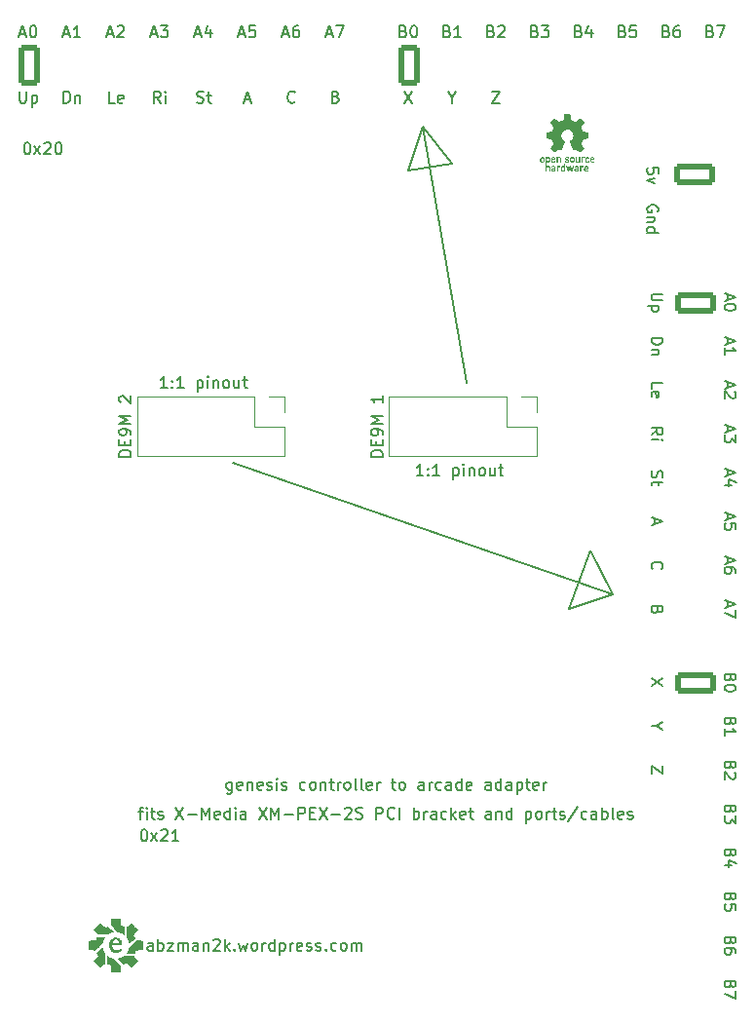
<source format=gto>
G04 #@! TF.GenerationSoftware,KiCad,Pcbnew,(6.0.0)*
G04 #@! TF.CreationDate,2022-11-09T00:29:18-05:00*
G04 #@! TF.ProjectId,arcade tester controller input,61726361-6465-4207-9465-737465722063,rev?*
G04 #@! TF.SameCoordinates,Original*
G04 #@! TF.FileFunction,Legend,Top*
G04 #@! TF.FilePolarity,Positive*
%FSLAX46Y46*%
G04 Gerber Fmt 4.6, Leading zero omitted, Abs format (unit mm)*
G04 Created by KiCad (PCBNEW (6.0.0)) date 2022-11-09 00:29:18*
%MOMM*%
%LPD*%
G01*
G04 APERTURE LIST*
G04 Aperture macros list*
%AMRoundRect*
0 Rectangle with rounded corners*
0 $1 Rounding radius*
0 $2 $3 $4 $5 $6 $7 $8 $9 X,Y pos of 4 corners*
0 Add a 4 corners polygon primitive as box body*
4,1,4,$2,$3,$4,$5,$6,$7,$8,$9,$2,$3,0*
0 Add four circle primitives for the rounded corners*
1,1,$1+$1,$2,$3*
1,1,$1+$1,$4,$5*
1,1,$1+$1,$6,$7*
1,1,$1+$1,$8,$9*
0 Add four rect primitives between the rounded corners*
20,1,$1+$1,$2,$3,$4,$5,0*
20,1,$1+$1,$4,$5,$6,$7,0*
20,1,$1+$1,$6,$7,$8,$9,0*
20,1,$1+$1,$8,$9,$2,$3,0*%
G04 Aperture macros list end*
%ADD10C,0.150000*%
%ADD11C,0.120000*%
%ADD12R,1.600000X1.600000*%
%ADD13C,1.600000*%
%ADD14R,1.700000X1.700000*%
%ADD15O,1.700000X1.700000*%
%ADD16RoundRect,0.250000X-0.650000X-1.550000X0.650000X-1.550000X0.650000X1.550000X-0.650000X1.550000X0*%
%ADD17O,1.800000X3.600000*%
%ADD18RoundRect,0.250000X-1.550000X0.650000X-1.550000X-0.650000X1.550000X-0.650000X1.550000X0.650000X0*%
%ADD19O,3.600000X1.800000*%
%ADD20O,1.600000X1.600000*%
%ADD21C,1.500000*%
%ADD22C,1.400000*%
%ADD23O,1.400000X1.400000*%
G04 APERTURE END LIST*
D10*
X160655000Y-71120000D02*
X158115000Y-67945000D01*
X158115000Y-67945000D02*
X156845000Y-71755000D01*
X156845000Y-71755000D02*
X160655000Y-71120000D01*
X174625000Y-108585000D02*
X172720000Y-104775000D01*
X161925000Y-90170000D02*
X158115000Y-67945000D01*
X141605000Y-97155000D02*
X174625000Y-108585000D01*
X172720000Y-104775000D02*
X170815000Y-109855000D01*
X170815000Y-109855000D02*
X174625000Y-108585000D01*
X175490238Y-59618571D02*
X175633095Y-59666190D01*
X175680714Y-59713809D01*
X175728333Y-59809047D01*
X175728333Y-59951904D01*
X175680714Y-60047142D01*
X175633095Y-60094761D01*
X175537857Y-60142380D01*
X175156904Y-60142380D01*
X175156904Y-59142380D01*
X175490238Y-59142380D01*
X175585476Y-59190000D01*
X175633095Y-59237619D01*
X175680714Y-59332857D01*
X175680714Y-59428095D01*
X175633095Y-59523333D01*
X175585476Y-59570952D01*
X175490238Y-59618571D01*
X175156904Y-59618571D01*
X176633095Y-59142380D02*
X176156904Y-59142380D01*
X176109285Y-59618571D01*
X176156904Y-59570952D01*
X176252142Y-59523333D01*
X176490238Y-59523333D01*
X176585476Y-59570952D01*
X176633095Y-59618571D01*
X176680714Y-59713809D01*
X176680714Y-59951904D01*
X176633095Y-60047142D01*
X176585476Y-60094761D01*
X176490238Y-60142380D01*
X176252142Y-60142380D01*
X176156904Y-60094761D01*
X176109285Y-60047142D01*
X184856428Y-119610238D02*
X184808809Y-119753095D01*
X184761190Y-119800714D01*
X184665952Y-119848333D01*
X184523095Y-119848333D01*
X184427857Y-119800714D01*
X184380238Y-119753095D01*
X184332619Y-119657857D01*
X184332619Y-119276904D01*
X185332619Y-119276904D01*
X185332619Y-119610238D01*
X185285000Y-119705476D01*
X185237380Y-119753095D01*
X185142142Y-119800714D01*
X185046904Y-119800714D01*
X184951666Y-119753095D01*
X184904047Y-119705476D01*
X184856428Y-119610238D01*
X184856428Y-119276904D01*
X184332619Y-120800714D02*
X184332619Y-120229285D01*
X184332619Y-120515000D02*
X185332619Y-120515000D01*
X185189761Y-120419761D01*
X185094523Y-120324523D01*
X185046904Y-120229285D01*
X142160714Y-59856666D02*
X142636904Y-59856666D01*
X142065476Y-60142380D02*
X142398809Y-59142380D01*
X142732142Y-60142380D01*
X143541666Y-59142380D02*
X143065476Y-59142380D01*
X143017857Y-59618571D01*
X143065476Y-59570952D01*
X143160714Y-59523333D01*
X143398809Y-59523333D01*
X143494047Y-59570952D01*
X143541666Y-59618571D01*
X143589285Y-59713809D01*
X143589285Y-59951904D01*
X143541666Y-60047142D01*
X143494047Y-60094761D01*
X143398809Y-60142380D01*
X143160714Y-60142380D01*
X143065476Y-60094761D01*
X143017857Y-60047142D01*
X184856428Y-123420238D02*
X184808809Y-123563095D01*
X184761190Y-123610714D01*
X184665952Y-123658333D01*
X184523095Y-123658333D01*
X184427857Y-123610714D01*
X184380238Y-123563095D01*
X184332619Y-123467857D01*
X184332619Y-123086904D01*
X185332619Y-123086904D01*
X185332619Y-123420238D01*
X185285000Y-123515476D01*
X185237380Y-123563095D01*
X185142142Y-123610714D01*
X185046904Y-123610714D01*
X184951666Y-123563095D01*
X184904047Y-123515476D01*
X184856428Y-123420238D01*
X184856428Y-123086904D01*
X185237380Y-124039285D02*
X185285000Y-124086904D01*
X185332619Y-124182142D01*
X185332619Y-124420238D01*
X185285000Y-124515476D01*
X185237380Y-124563095D01*
X185142142Y-124610714D01*
X185046904Y-124610714D01*
X184904047Y-124563095D01*
X184332619Y-123991666D01*
X184332619Y-124610714D01*
X184856428Y-127230238D02*
X184808809Y-127373095D01*
X184761190Y-127420714D01*
X184665952Y-127468333D01*
X184523095Y-127468333D01*
X184427857Y-127420714D01*
X184380238Y-127373095D01*
X184332619Y-127277857D01*
X184332619Y-126896904D01*
X185332619Y-126896904D01*
X185332619Y-127230238D01*
X185285000Y-127325476D01*
X185237380Y-127373095D01*
X185142142Y-127420714D01*
X185046904Y-127420714D01*
X184951666Y-127373095D01*
X184904047Y-127325476D01*
X184856428Y-127230238D01*
X184856428Y-126896904D01*
X185332619Y-127801666D02*
X185332619Y-128420714D01*
X184951666Y-128087380D01*
X184951666Y-128230238D01*
X184904047Y-128325476D01*
X184856428Y-128373095D01*
X184761190Y-128420714D01*
X184523095Y-128420714D01*
X184427857Y-128373095D01*
X184380238Y-128325476D01*
X184332619Y-128230238D01*
X184332619Y-127944523D01*
X184380238Y-127849285D01*
X184427857Y-127801666D01*
X184856428Y-134850238D02*
X184808809Y-134993095D01*
X184761190Y-135040714D01*
X184665952Y-135088333D01*
X184523095Y-135088333D01*
X184427857Y-135040714D01*
X184380238Y-134993095D01*
X184332619Y-134897857D01*
X184332619Y-134516904D01*
X185332619Y-134516904D01*
X185332619Y-134850238D01*
X185285000Y-134945476D01*
X185237380Y-134993095D01*
X185142142Y-135040714D01*
X185046904Y-135040714D01*
X184951666Y-134993095D01*
X184904047Y-134945476D01*
X184856428Y-134850238D01*
X184856428Y-134516904D01*
X185332619Y-135993095D02*
X185332619Y-135516904D01*
X184856428Y-135469285D01*
X184904047Y-135516904D01*
X184951666Y-135612142D01*
X184951666Y-135850238D01*
X184904047Y-135945476D01*
X184856428Y-135993095D01*
X184761190Y-136040714D01*
X184523095Y-136040714D01*
X184427857Y-135993095D01*
X184380238Y-135945476D01*
X184332619Y-135850238D01*
X184332619Y-135612142D01*
X184380238Y-135516904D01*
X184427857Y-135469285D01*
X142636904Y-65571666D02*
X143113095Y-65571666D01*
X142541666Y-65857380D02*
X142875000Y-64857380D01*
X143208333Y-65857380D01*
X131325952Y-65857380D02*
X130849761Y-65857380D01*
X130849761Y-64857380D01*
X132040238Y-65809761D02*
X131945000Y-65857380D01*
X131754523Y-65857380D01*
X131659285Y-65809761D01*
X131611666Y-65714523D01*
X131611666Y-65333571D01*
X131659285Y-65238333D01*
X131754523Y-65190714D01*
X131945000Y-65190714D01*
X132040238Y-65238333D01*
X132087857Y-65333571D01*
X132087857Y-65428809D01*
X131611666Y-65524047D01*
X178601619Y-71993142D02*
X178601619Y-71516952D01*
X178125428Y-71469333D01*
X178173047Y-71516952D01*
X178220666Y-71612190D01*
X178220666Y-71850285D01*
X178173047Y-71945523D01*
X178125428Y-71993142D01*
X178030190Y-72040761D01*
X177792095Y-72040761D01*
X177696857Y-71993142D01*
X177649238Y-71945523D01*
X177601619Y-71850285D01*
X177601619Y-71612190D01*
X177649238Y-71516952D01*
X177696857Y-71469333D01*
X178268285Y-72374095D02*
X177601619Y-72612190D01*
X178268285Y-72850285D01*
X184618333Y-97710714D02*
X184618333Y-98186904D01*
X184332619Y-97615476D02*
X185332619Y-97948809D01*
X184332619Y-98282142D01*
X184999285Y-99044047D02*
X184332619Y-99044047D01*
X185380238Y-98805952D02*
X184665952Y-98567857D01*
X184665952Y-99186904D01*
X184618333Y-82470714D02*
X184618333Y-82946904D01*
X184332619Y-82375476D02*
X185332619Y-82708809D01*
X184332619Y-83042142D01*
X185332619Y-83565952D02*
X185332619Y-83661190D01*
X185285000Y-83756428D01*
X185237380Y-83804047D01*
X185142142Y-83851666D01*
X184951666Y-83899285D01*
X184713571Y-83899285D01*
X184523095Y-83851666D01*
X184427857Y-83804047D01*
X184380238Y-83756428D01*
X184332619Y-83661190D01*
X184332619Y-83565952D01*
X184380238Y-83470714D01*
X184427857Y-83423095D01*
X184523095Y-83375476D01*
X184713571Y-83327857D01*
X184951666Y-83327857D01*
X185142142Y-83375476D01*
X185237380Y-83423095D01*
X185285000Y-83470714D01*
X185332619Y-83565952D01*
X178982619Y-123491666D02*
X178982619Y-124158333D01*
X177982619Y-123491666D01*
X177982619Y-124158333D01*
X133416190Y-127420714D02*
X133797142Y-127420714D01*
X133559047Y-128087380D02*
X133559047Y-127230238D01*
X133606666Y-127135000D01*
X133701904Y-127087380D01*
X133797142Y-127087380D01*
X134130476Y-128087380D02*
X134130476Y-127420714D01*
X134130476Y-127087380D02*
X134082857Y-127135000D01*
X134130476Y-127182619D01*
X134178095Y-127135000D01*
X134130476Y-127087380D01*
X134130476Y-127182619D01*
X134463809Y-127420714D02*
X134844761Y-127420714D01*
X134606666Y-127087380D02*
X134606666Y-127944523D01*
X134654285Y-128039761D01*
X134749523Y-128087380D01*
X134844761Y-128087380D01*
X135130476Y-128039761D02*
X135225714Y-128087380D01*
X135416190Y-128087380D01*
X135511428Y-128039761D01*
X135559047Y-127944523D01*
X135559047Y-127896904D01*
X135511428Y-127801666D01*
X135416190Y-127754047D01*
X135273333Y-127754047D01*
X135178095Y-127706428D01*
X135130476Y-127611190D01*
X135130476Y-127563571D01*
X135178095Y-127468333D01*
X135273333Y-127420714D01*
X135416190Y-127420714D01*
X135511428Y-127468333D01*
X136654285Y-127087380D02*
X137320952Y-128087380D01*
X137320952Y-127087380D02*
X136654285Y-128087380D01*
X137701904Y-127706428D02*
X138463809Y-127706428D01*
X138940000Y-128087380D02*
X138940000Y-127087380D01*
X139273333Y-127801666D01*
X139606666Y-127087380D01*
X139606666Y-128087380D01*
X140463809Y-128039761D02*
X140368571Y-128087380D01*
X140178095Y-128087380D01*
X140082857Y-128039761D01*
X140035238Y-127944523D01*
X140035238Y-127563571D01*
X140082857Y-127468333D01*
X140178095Y-127420714D01*
X140368571Y-127420714D01*
X140463809Y-127468333D01*
X140511428Y-127563571D01*
X140511428Y-127658809D01*
X140035238Y-127754047D01*
X141368571Y-128087380D02*
X141368571Y-127087380D01*
X141368571Y-128039761D02*
X141273333Y-128087380D01*
X141082857Y-128087380D01*
X140987619Y-128039761D01*
X140940000Y-127992142D01*
X140892380Y-127896904D01*
X140892380Y-127611190D01*
X140940000Y-127515952D01*
X140987619Y-127468333D01*
X141082857Y-127420714D01*
X141273333Y-127420714D01*
X141368571Y-127468333D01*
X141844761Y-128087380D02*
X141844761Y-127420714D01*
X141844761Y-127087380D02*
X141797142Y-127135000D01*
X141844761Y-127182619D01*
X141892380Y-127135000D01*
X141844761Y-127087380D01*
X141844761Y-127182619D01*
X142749523Y-128087380D02*
X142749523Y-127563571D01*
X142701904Y-127468333D01*
X142606666Y-127420714D01*
X142416190Y-127420714D01*
X142320952Y-127468333D01*
X142749523Y-128039761D02*
X142654285Y-128087380D01*
X142416190Y-128087380D01*
X142320952Y-128039761D01*
X142273333Y-127944523D01*
X142273333Y-127849285D01*
X142320952Y-127754047D01*
X142416190Y-127706428D01*
X142654285Y-127706428D01*
X142749523Y-127658809D01*
X143892380Y-127087380D02*
X144559047Y-128087380D01*
X144559047Y-127087380D02*
X143892380Y-128087380D01*
X144940000Y-128087380D02*
X144940000Y-127087380D01*
X145273333Y-127801666D01*
X145606666Y-127087380D01*
X145606666Y-128087380D01*
X146082857Y-127706428D02*
X146844761Y-127706428D01*
X147320952Y-128087380D02*
X147320952Y-127087380D01*
X147701904Y-127087380D01*
X147797142Y-127135000D01*
X147844761Y-127182619D01*
X147892380Y-127277857D01*
X147892380Y-127420714D01*
X147844761Y-127515952D01*
X147797142Y-127563571D01*
X147701904Y-127611190D01*
X147320952Y-127611190D01*
X148320952Y-127563571D02*
X148654285Y-127563571D01*
X148797142Y-128087380D02*
X148320952Y-128087380D01*
X148320952Y-127087380D01*
X148797142Y-127087380D01*
X149130476Y-127087380D02*
X149797142Y-128087380D01*
X149797142Y-127087380D02*
X149130476Y-128087380D01*
X150178095Y-127706428D02*
X150940000Y-127706428D01*
X151368571Y-127182619D02*
X151416190Y-127135000D01*
X151511428Y-127087380D01*
X151749523Y-127087380D01*
X151844761Y-127135000D01*
X151892380Y-127182619D01*
X151940000Y-127277857D01*
X151940000Y-127373095D01*
X151892380Y-127515952D01*
X151320952Y-128087380D01*
X151940000Y-128087380D01*
X152320952Y-128039761D02*
X152463809Y-128087380D01*
X152701904Y-128087380D01*
X152797142Y-128039761D01*
X152844761Y-127992142D01*
X152892380Y-127896904D01*
X152892380Y-127801666D01*
X152844761Y-127706428D01*
X152797142Y-127658809D01*
X152701904Y-127611190D01*
X152511428Y-127563571D01*
X152416190Y-127515952D01*
X152368571Y-127468333D01*
X152320952Y-127373095D01*
X152320952Y-127277857D01*
X152368571Y-127182619D01*
X152416190Y-127135000D01*
X152511428Y-127087380D01*
X152749523Y-127087380D01*
X152892380Y-127135000D01*
X154082857Y-128087380D02*
X154082857Y-127087380D01*
X154463809Y-127087380D01*
X154559047Y-127135000D01*
X154606666Y-127182619D01*
X154654285Y-127277857D01*
X154654285Y-127420714D01*
X154606666Y-127515952D01*
X154559047Y-127563571D01*
X154463809Y-127611190D01*
X154082857Y-127611190D01*
X155654285Y-127992142D02*
X155606666Y-128039761D01*
X155463809Y-128087380D01*
X155368571Y-128087380D01*
X155225714Y-128039761D01*
X155130476Y-127944523D01*
X155082857Y-127849285D01*
X155035238Y-127658809D01*
X155035238Y-127515952D01*
X155082857Y-127325476D01*
X155130476Y-127230238D01*
X155225714Y-127135000D01*
X155368571Y-127087380D01*
X155463809Y-127087380D01*
X155606666Y-127135000D01*
X155654285Y-127182619D01*
X156082857Y-128087380D02*
X156082857Y-127087380D01*
X157320952Y-128087380D02*
X157320952Y-127087380D01*
X157320952Y-127468333D02*
X157416190Y-127420714D01*
X157606666Y-127420714D01*
X157701904Y-127468333D01*
X157749523Y-127515952D01*
X157797142Y-127611190D01*
X157797142Y-127896904D01*
X157749523Y-127992142D01*
X157701904Y-128039761D01*
X157606666Y-128087380D01*
X157416190Y-128087380D01*
X157320952Y-128039761D01*
X158225714Y-128087380D02*
X158225714Y-127420714D01*
X158225714Y-127611190D02*
X158273333Y-127515952D01*
X158320952Y-127468333D01*
X158416190Y-127420714D01*
X158511428Y-127420714D01*
X159273333Y-128087380D02*
X159273333Y-127563571D01*
X159225714Y-127468333D01*
X159130476Y-127420714D01*
X158940000Y-127420714D01*
X158844761Y-127468333D01*
X159273333Y-128039761D02*
X159178095Y-128087380D01*
X158940000Y-128087380D01*
X158844761Y-128039761D01*
X158797142Y-127944523D01*
X158797142Y-127849285D01*
X158844761Y-127754047D01*
X158940000Y-127706428D01*
X159178095Y-127706428D01*
X159273333Y-127658809D01*
X160178095Y-128039761D02*
X160082857Y-128087380D01*
X159892380Y-128087380D01*
X159797142Y-128039761D01*
X159749523Y-127992142D01*
X159701904Y-127896904D01*
X159701904Y-127611190D01*
X159749523Y-127515952D01*
X159797142Y-127468333D01*
X159892380Y-127420714D01*
X160082857Y-127420714D01*
X160178095Y-127468333D01*
X160606666Y-128087380D02*
X160606666Y-127087380D01*
X160701904Y-127706428D02*
X160987619Y-128087380D01*
X160987619Y-127420714D02*
X160606666Y-127801666D01*
X161797142Y-128039761D02*
X161701904Y-128087380D01*
X161511428Y-128087380D01*
X161416190Y-128039761D01*
X161368571Y-127944523D01*
X161368571Y-127563571D01*
X161416190Y-127468333D01*
X161511428Y-127420714D01*
X161701904Y-127420714D01*
X161797142Y-127468333D01*
X161844761Y-127563571D01*
X161844761Y-127658809D01*
X161368571Y-127754047D01*
X162130476Y-127420714D02*
X162511428Y-127420714D01*
X162273333Y-127087380D02*
X162273333Y-127944523D01*
X162320952Y-128039761D01*
X162416190Y-128087380D01*
X162511428Y-128087380D01*
X164035238Y-128087380D02*
X164035238Y-127563571D01*
X163987619Y-127468333D01*
X163892380Y-127420714D01*
X163701904Y-127420714D01*
X163606666Y-127468333D01*
X164035238Y-128039761D02*
X163940000Y-128087380D01*
X163701904Y-128087380D01*
X163606666Y-128039761D01*
X163559047Y-127944523D01*
X163559047Y-127849285D01*
X163606666Y-127754047D01*
X163701904Y-127706428D01*
X163940000Y-127706428D01*
X164035238Y-127658809D01*
X164511428Y-127420714D02*
X164511428Y-128087380D01*
X164511428Y-127515952D02*
X164559047Y-127468333D01*
X164654285Y-127420714D01*
X164797142Y-127420714D01*
X164892380Y-127468333D01*
X164940000Y-127563571D01*
X164940000Y-128087380D01*
X165844761Y-128087380D02*
X165844761Y-127087380D01*
X165844761Y-128039761D02*
X165749523Y-128087380D01*
X165559047Y-128087380D01*
X165463809Y-128039761D01*
X165416190Y-127992142D01*
X165368571Y-127896904D01*
X165368571Y-127611190D01*
X165416190Y-127515952D01*
X165463809Y-127468333D01*
X165559047Y-127420714D01*
X165749523Y-127420714D01*
X165844761Y-127468333D01*
X167082857Y-127420714D02*
X167082857Y-128420714D01*
X167082857Y-127468333D02*
X167178095Y-127420714D01*
X167368571Y-127420714D01*
X167463809Y-127468333D01*
X167511428Y-127515952D01*
X167559047Y-127611190D01*
X167559047Y-127896904D01*
X167511428Y-127992142D01*
X167463809Y-128039761D01*
X167368571Y-128087380D01*
X167178095Y-128087380D01*
X167082857Y-128039761D01*
X168130476Y-128087380D02*
X168035238Y-128039761D01*
X167987619Y-127992142D01*
X167940000Y-127896904D01*
X167940000Y-127611190D01*
X167987619Y-127515952D01*
X168035238Y-127468333D01*
X168130476Y-127420714D01*
X168273333Y-127420714D01*
X168368571Y-127468333D01*
X168416190Y-127515952D01*
X168463809Y-127611190D01*
X168463809Y-127896904D01*
X168416190Y-127992142D01*
X168368571Y-128039761D01*
X168273333Y-128087380D01*
X168130476Y-128087380D01*
X168892380Y-128087380D02*
X168892380Y-127420714D01*
X168892380Y-127611190D02*
X168940000Y-127515952D01*
X168987619Y-127468333D01*
X169082857Y-127420714D01*
X169178095Y-127420714D01*
X169368571Y-127420714D02*
X169749523Y-127420714D01*
X169511428Y-127087380D02*
X169511428Y-127944523D01*
X169559047Y-128039761D01*
X169654285Y-128087380D01*
X169749523Y-128087380D01*
X170035238Y-128039761D02*
X170130476Y-128087380D01*
X170320952Y-128087380D01*
X170416190Y-128039761D01*
X170463809Y-127944523D01*
X170463809Y-127896904D01*
X170416190Y-127801666D01*
X170320952Y-127754047D01*
X170178095Y-127754047D01*
X170082857Y-127706428D01*
X170035238Y-127611190D01*
X170035238Y-127563571D01*
X170082857Y-127468333D01*
X170178095Y-127420714D01*
X170320952Y-127420714D01*
X170416190Y-127468333D01*
X171606666Y-127039761D02*
X170749523Y-128325476D01*
X172368571Y-128039761D02*
X172273333Y-128087380D01*
X172082857Y-128087380D01*
X171987619Y-128039761D01*
X171940000Y-127992142D01*
X171892380Y-127896904D01*
X171892380Y-127611190D01*
X171940000Y-127515952D01*
X171987619Y-127468333D01*
X172082857Y-127420714D01*
X172273333Y-127420714D01*
X172368571Y-127468333D01*
X173225714Y-128087380D02*
X173225714Y-127563571D01*
X173178095Y-127468333D01*
X173082857Y-127420714D01*
X172892380Y-127420714D01*
X172797142Y-127468333D01*
X173225714Y-128039761D02*
X173130476Y-128087380D01*
X172892380Y-128087380D01*
X172797142Y-128039761D01*
X172749523Y-127944523D01*
X172749523Y-127849285D01*
X172797142Y-127754047D01*
X172892380Y-127706428D01*
X173130476Y-127706428D01*
X173225714Y-127658809D01*
X173701904Y-128087380D02*
X173701904Y-127087380D01*
X173701904Y-127468333D02*
X173797142Y-127420714D01*
X173987619Y-127420714D01*
X174082857Y-127468333D01*
X174130476Y-127515952D01*
X174178095Y-127611190D01*
X174178095Y-127896904D01*
X174130476Y-127992142D01*
X174082857Y-128039761D01*
X173987619Y-128087380D01*
X173797142Y-128087380D01*
X173701904Y-128039761D01*
X174749523Y-128087380D02*
X174654285Y-128039761D01*
X174606666Y-127944523D01*
X174606666Y-127087380D01*
X175511428Y-128039761D02*
X175416190Y-128087380D01*
X175225714Y-128087380D01*
X175130476Y-128039761D01*
X175082857Y-127944523D01*
X175082857Y-127563571D01*
X175130476Y-127468333D01*
X175225714Y-127420714D01*
X175416190Y-127420714D01*
X175511428Y-127468333D01*
X175559047Y-127563571D01*
X175559047Y-127658809D01*
X175082857Y-127754047D01*
X175940000Y-128039761D02*
X176035238Y-128087380D01*
X176225714Y-128087380D01*
X176320952Y-128039761D01*
X176368571Y-127944523D01*
X176368571Y-127896904D01*
X176320952Y-127801666D01*
X176225714Y-127754047D01*
X176082857Y-127754047D01*
X175987619Y-127706428D01*
X175940000Y-127611190D01*
X175940000Y-127563571D01*
X175987619Y-127468333D01*
X176082857Y-127420714D01*
X176225714Y-127420714D01*
X176320952Y-127468333D01*
X184618333Y-86280714D02*
X184618333Y-86756904D01*
X184332619Y-86185476D02*
X185332619Y-86518809D01*
X184332619Y-86852142D01*
X184332619Y-87709285D02*
X184332619Y-87137857D01*
X184332619Y-87423571D02*
X185332619Y-87423571D01*
X185189761Y-87328333D01*
X185094523Y-87233095D01*
X185046904Y-87137857D01*
X135326428Y-65857380D02*
X134993095Y-65381190D01*
X134755000Y-65857380D02*
X134755000Y-64857380D01*
X135135952Y-64857380D01*
X135231190Y-64905000D01*
X135278809Y-64952619D01*
X135326428Y-65047857D01*
X135326428Y-65190714D01*
X135278809Y-65285952D01*
X135231190Y-65333571D01*
X135135952Y-65381190D01*
X134755000Y-65381190D01*
X135755000Y-65857380D02*
X135755000Y-65190714D01*
X135755000Y-64857380D02*
X135707380Y-64905000D01*
X135755000Y-64952619D01*
X135802619Y-64905000D01*
X135755000Y-64857380D01*
X135755000Y-64952619D01*
X184856428Y-131040238D02*
X184808809Y-131183095D01*
X184761190Y-131230714D01*
X184665952Y-131278333D01*
X184523095Y-131278333D01*
X184427857Y-131230714D01*
X184380238Y-131183095D01*
X184332619Y-131087857D01*
X184332619Y-130706904D01*
X185332619Y-130706904D01*
X185332619Y-131040238D01*
X185285000Y-131135476D01*
X185237380Y-131183095D01*
X185142142Y-131230714D01*
X185046904Y-131230714D01*
X184951666Y-131183095D01*
X184904047Y-131135476D01*
X184856428Y-131040238D01*
X184856428Y-130706904D01*
X184999285Y-132135476D02*
X184332619Y-132135476D01*
X185380238Y-131897380D02*
X184665952Y-131659285D01*
X184665952Y-132278333D01*
X178982619Y-115871666D02*
X177982619Y-116538333D01*
X178982619Y-116538333D02*
X177982619Y-115871666D01*
X134540714Y-59856666D02*
X135016904Y-59856666D01*
X134445476Y-60142380D02*
X134778809Y-59142380D01*
X135112142Y-60142380D01*
X135350238Y-59142380D02*
X135969285Y-59142380D01*
X135635952Y-59523333D01*
X135778809Y-59523333D01*
X135874047Y-59570952D01*
X135921666Y-59618571D01*
X135969285Y-59713809D01*
X135969285Y-59951904D01*
X135921666Y-60047142D01*
X135874047Y-60094761D01*
X135778809Y-60142380D01*
X135493095Y-60142380D01*
X135397857Y-60094761D01*
X135350238Y-60047142D01*
X126920714Y-65857380D02*
X126920714Y-64857380D01*
X127158809Y-64857380D01*
X127301666Y-64905000D01*
X127396904Y-65000238D01*
X127444523Y-65095476D01*
X127492142Y-65285952D01*
X127492142Y-65428809D01*
X127444523Y-65619285D01*
X127396904Y-65714523D01*
X127301666Y-65809761D01*
X127158809Y-65857380D01*
X126920714Y-65857380D01*
X127920714Y-65190714D02*
X127920714Y-65857380D01*
X127920714Y-65285952D02*
X127968333Y-65238333D01*
X128063571Y-65190714D01*
X128206428Y-65190714D01*
X128301666Y-65238333D01*
X128349285Y-65333571D01*
X128349285Y-65857380D01*
X184856428Y-138660238D02*
X184808809Y-138803095D01*
X184761190Y-138850714D01*
X184665952Y-138898333D01*
X184523095Y-138898333D01*
X184427857Y-138850714D01*
X184380238Y-138803095D01*
X184332619Y-138707857D01*
X184332619Y-138326904D01*
X185332619Y-138326904D01*
X185332619Y-138660238D01*
X185285000Y-138755476D01*
X185237380Y-138803095D01*
X185142142Y-138850714D01*
X185046904Y-138850714D01*
X184951666Y-138803095D01*
X184904047Y-138755476D01*
X184856428Y-138660238D01*
X184856428Y-138326904D01*
X185332619Y-139755476D02*
X185332619Y-139565000D01*
X185285000Y-139469761D01*
X185237380Y-139422142D01*
X185094523Y-139326904D01*
X184904047Y-139279285D01*
X184523095Y-139279285D01*
X184427857Y-139326904D01*
X184380238Y-139374523D01*
X184332619Y-139469761D01*
X184332619Y-139660238D01*
X184380238Y-139755476D01*
X184427857Y-139803095D01*
X184523095Y-139850714D01*
X184761190Y-139850714D01*
X184856428Y-139803095D01*
X184904047Y-139755476D01*
X184951666Y-139660238D01*
X184951666Y-139469761D01*
X184904047Y-139374523D01*
X184856428Y-139326904D01*
X184761190Y-139279285D01*
X167870238Y-59618571D02*
X168013095Y-59666190D01*
X168060714Y-59713809D01*
X168108333Y-59809047D01*
X168108333Y-59951904D01*
X168060714Y-60047142D01*
X168013095Y-60094761D01*
X167917857Y-60142380D01*
X167536904Y-60142380D01*
X167536904Y-59142380D01*
X167870238Y-59142380D01*
X167965476Y-59190000D01*
X168013095Y-59237619D01*
X168060714Y-59332857D01*
X168060714Y-59428095D01*
X168013095Y-59523333D01*
X167965476Y-59570952D01*
X167870238Y-59618571D01*
X167536904Y-59618571D01*
X168441666Y-59142380D02*
X169060714Y-59142380D01*
X168727380Y-59523333D01*
X168870238Y-59523333D01*
X168965476Y-59570952D01*
X169013095Y-59618571D01*
X169060714Y-59713809D01*
X169060714Y-59951904D01*
X169013095Y-60047142D01*
X168965476Y-60094761D01*
X168870238Y-60142380D01*
X168584523Y-60142380D01*
X168489285Y-60094761D01*
X168441666Y-60047142D01*
X177982619Y-94686428D02*
X178458809Y-94353095D01*
X177982619Y-94115000D02*
X178982619Y-94115000D01*
X178982619Y-94495952D01*
X178935000Y-94591190D01*
X178887380Y-94638809D01*
X178792142Y-94686428D01*
X178649285Y-94686428D01*
X178554047Y-94638809D01*
X178506428Y-94591190D01*
X178458809Y-94495952D01*
X178458809Y-94115000D01*
X177982619Y-95115000D02*
X178649285Y-95115000D01*
X178982619Y-95115000D02*
X178935000Y-95067380D01*
X178887380Y-95115000D01*
X178935000Y-95162619D01*
X178982619Y-95115000D01*
X178887380Y-95115000D01*
X178982619Y-82446904D02*
X178173095Y-82446904D01*
X178077857Y-82494523D01*
X178030238Y-82542142D01*
X177982619Y-82637380D01*
X177982619Y-82827857D01*
X178030238Y-82923095D01*
X178077857Y-82970714D01*
X178173095Y-83018333D01*
X178982619Y-83018333D01*
X178649285Y-83494523D02*
X177649285Y-83494523D01*
X178601666Y-83494523D02*
X178649285Y-83589761D01*
X178649285Y-83780238D01*
X178601666Y-83875476D01*
X178554047Y-83923095D01*
X178458809Y-83970714D01*
X178173095Y-83970714D01*
X178077857Y-83923095D01*
X178030238Y-83875476D01*
X177982619Y-83780238D01*
X177982619Y-83589761D01*
X178030238Y-83494523D01*
X145970714Y-59856666D02*
X146446904Y-59856666D01*
X145875476Y-60142380D02*
X146208809Y-59142380D01*
X146542142Y-60142380D01*
X147304047Y-59142380D02*
X147113571Y-59142380D01*
X147018333Y-59190000D01*
X146970714Y-59237619D01*
X146875476Y-59380476D01*
X146827857Y-59570952D01*
X146827857Y-59951904D01*
X146875476Y-60047142D01*
X146923095Y-60094761D01*
X147018333Y-60142380D01*
X147208809Y-60142380D01*
X147304047Y-60094761D01*
X147351666Y-60047142D01*
X147399285Y-59951904D01*
X147399285Y-59713809D01*
X147351666Y-59618571D01*
X147304047Y-59570952D01*
X147208809Y-59523333D01*
X147018333Y-59523333D01*
X146923095Y-59570952D01*
X146875476Y-59618571D01*
X146827857Y-59713809D01*
X164131666Y-64857380D02*
X164798333Y-64857380D01*
X164131666Y-65857380D01*
X164798333Y-65857380D01*
X178554000Y-75303142D02*
X178601619Y-75207904D01*
X178601619Y-75065047D01*
X178554000Y-74922190D01*
X178458761Y-74826952D01*
X178363523Y-74779333D01*
X178173047Y-74731714D01*
X178030190Y-74731714D01*
X177839714Y-74779333D01*
X177744476Y-74826952D01*
X177649238Y-74922190D01*
X177601619Y-75065047D01*
X177601619Y-75160285D01*
X177649238Y-75303142D01*
X177696857Y-75350761D01*
X178030190Y-75350761D01*
X178030190Y-75160285D01*
X178268285Y-75779333D02*
X177601619Y-75779333D01*
X178173047Y-75779333D02*
X178220666Y-75826952D01*
X178268285Y-75922190D01*
X178268285Y-76065047D01*
X178220666Y-76160285D01*
X178125428Y-76207904D01*
X177601619Y-76207904D01*
X177601619Y-77112666D02*
X178601619Y-77112666D01*
X177649238Y-77112666D02*
X177601619Y-77017428D01*
X177601619Y-76826952D01*
X177649238Y-76731714D01*
X177696857Y-76684095D01*
X177792095Y-76636476D01*
X178077809Y-76636476D01*
X178173047Y-76684095D01*
X178220666Y-76731714D01*
X178268285Y-76826952D01*
X178268285Y-77017428D01*
X178220666Y-77112666D01*
X158147142Y-98242380D02*
X157575714Y-98242380D01*
X157861428Y-98242380D02*
X157861428Y-97242380D01*
X157766190Y-97385238D01*
X157670952Y-97480476D01*
X157575714Y-97528095D01*
X158575714Y-98147142D02*
X158623333Y-98194761D01*
X158575714Y-98242380D01*
X158528095Y-98194761D01*
X158575714Y-98147142D01*
X158575714Y-98242380D01*
X158575714Y-97623333D02*
X158623333Y-97670952D01*
X158575714Y-97718571D01*
X158528095Y-97670952D01*
X158575714Y-97623333D01*
X158575714Y-97718571D01*
X159575714Y-98242380D02*
X159004285Y-98242380D01*
X159290000Y-98242380D02*
X159290000Y-97242380D01*
X159194761Y-97385238D01*
X159099523Y-97480476D01*
X159004285Y-97528095D01*
X160766190Y-97575714D02*
X160766190Y-98575714D01*
X160766190Y-97623333D02*
X160861428Y-97575714D01*
X161051904Y-97575714D01*
X161147142Y-97623333D01*
X161194761Y-97670952D01*
X161242380Y-97766190D01*
X161242380Y-98051904D01*
X161194761Y-98147142D01*
X161147142Y-98194761D01*
X161051904Y-98242380D01*
X160861428Y-98242380D01*
X160766190Y-98194761D01*
X161670952Y-98242380D02*
X161670952Y-97575714D01*
X161670952Y-97242380D02*
X161623333Y-97290000D01*
X161670952Y-97337619D01*
X161718571Y-97290000D01*
X161670952Y-97242380D01*
X161670952Y-97337619D01*
X162147142Y-97575714D02*
X162147142Y-98242380D01*
X162147142Y-97670952D02*
X162194761Y-97623333D01*
X162290000Y-97575714D01*
X162432857Y-97575714D01*
X162528095Y-97623333D01*
X162575714Y-97718571D01*
X162575714Y-98242380D01*
X163194761Y-98242380D02*
X163099523Y-98194761D01*
X163051904Y-98147142D01*
X163004285Y-98051904D01*
X163004285Y-97766190D01*
X163051904Y-97670952D01*
X163099523Y-97623333D01*
X163194761Y-97575714D01*
X163337619Y-97575714D01*
X163432857Y-97623333D01*
X163480476Y-97670952D01*
X163528095Y-97766190D01*
X163528095Y-98051904D01*
X163480476Y-98147142D01*
X163432857Y-98194761D01*
X163337619Y-98242380D01*
X163194761Y-98242380D01*
X164385238Y-97575714D02*
X164385238Y-98242380D01*
X163956666Y-97575714D02*
X163956666Y-98099523D01*
X164004285Y-98194761D01*
X164099523Y-98242380D01*
X164242380Y-98242380D01*
X164337619Y-98194761D01*
X164385238Y-98147142D01*
X164718571Y-97575714D02*
X165099523Y-97575714D01*
X164861428Y-97242380D02*
X164861428Y-98099523D01*
X164909047Y-98194761D01*
X165004285Y-98242380D01*
X165099523Y-98242380D01*
X177982619Y-86280714D02*
X178982619Y-86280714D01*
X178982619Y-86518809D01*
X178935000Y-86661666D01*
X178839761Y-86756904D01*
X178744523Y-86804523D01*
X178554047Y-86852142D01*
X178411190Y-86852142D01*
X178220714Y-86804523D01*
X178125476Y-86756904D01*
X178030238Y-86661666D01*
X177982619Y-86518809D01*
X177982619Y-86280714D01*
X178649285Y-87280714D02*
X177982619Y-87280714D01*
X178554047Y-87280714D02*
X178601666Y-87328333D01*
X178649285Y-87423571D01*
X178649285Y-87566428D01*
X178601666Y-87661666D01*
X178506428Y-87709285D01*
X177982619Y-87709285D01*
X184618333Y-93900714D02*
X184618333Y-94376904D01*
X184332619Y-93805476D02*
X185332619Y-94138809D01*
X184332619Y-94472142D01*
X185332619Y-94710238D02*
X185332619Y-95329285D01*
X184951666Y-94995952D01*
X184951666Y-95138809D01*
X184904047Y-95234047D01*
X184856428Y-95281666D01*
X184761190Y-95329285D01*
X184523095Y-95329285D01*
X184427857Y-95281666D01*
X184380238Y-95234047D01*
X184332619Y-95138809D01*
X184332619Y-94853095D01*
X184380238Y-94757857D01*
X184427857Y-94710238D01*
X160250238Y-59618571D02*
X160393095Y-59666190D01*
X160440714Y-59713809D01*
X160488333Y-59809047D01*
X160488333Y-59951904D01*
X160440714Y-60047142D01*
X160393095Y-60094761D01*
X160297857Y-60142380D01*
X159916904Y-60142380D01*
X159916904Y-59142380D01*
X160250238Y-59142380D01*
X160345476Y-59190000D01*
X160393095Y-59237619D01*
X160440714Y-59332857D01*
X160440714Y-59428095D01*
X160393095Y-59523333D01*
X160345476Y-59570952D01*
X160250238Y-59618571D01*
X159916904Y-59618571D01*
X161440714Y-60142380D02*
X160869285Y-60142380D01*
X161155000Y-60142380D02*
X161155000Y-59142380D01*
X161059761Y-59285238D01*
X160964523Y-59380476D01*
X160869285Y-59428095D01*
X171680238Y-59618571D02*
X171823095Y-59666190D01*
X171870714Y-59713809D01*
X171918333Y-59809047D01*
X171918333Y-59951904D01*
X171870714Y-60047142D01*
X171823095Y-60094761D01*
X171727857Y-60142380D01*
X171346904Y-60142380D01*
X171346904Y-59142380D01*
X171680238Y-59142380D01*
X171775476Y-59190000D01*
X171823095Y-59237619D01*
X171870714Y-59332857D01*
X171870714Y-59428095D01*
X171823095Y-59523333D01*
X171775476Y-59570952D01*
X171680238Y-59618571D01*
X171346904Y-59618571D01*
X172775476Y-59475714D02*
X172775476Y-60142380D01*
X172537380Y-59094761D02*
X172299285Y-59809047D01*
X172918333Y-59809047D01*
X164060238Y-59618571D02*
X164203095Y-59666190D01*
X164250714Y-59713809D01*
X164298333Y-59809047D01*
X164298333Y-59951904D01*
X164250714Y-60047142D01*
X164203095Y-60094761D01*
X164107857Y-60142380D01*
X163726904Y-60142380D01*
X163726904Y-59142380D01*
X164060238Y-59142380D01*
X164155476Y-59190000D01*
X164203095Y-59237619D01*
X164250714Y-59332857D01*
X164250714Y-59428095D01*
X164203095Y-59523333D01*
X164155476Y-59570952D01*
X164060238Y-59618571D01*
X163726904Y-59618571D01*
X164679285Y-59237619D02*
X164726904Y-59190000D01*
X164822142Y-59142380D01*
X165060238Y-59142380D01*
X165155476Y-59190000D01*
X165203095Y-59237619D01*
X165250714Y-59332857D01*
X165250714Y-59428095D01*
X165203095Y-59570952D01*
X164631666Y-60142380D01*
X165250714Y-60142380D01*
X133850238Y-128992380D02*
X133945476Y-128992380D01*
X134040714Y-129040000D01*
X134088333Y-129087619D01*
X134135952Y-129182857D01*
X134183571Y-129373333D01*
X134183571Y-129611428D01*
X134135952Y-129801904D01*
X134088333Y-129897142D01*
X134040714Y-129944761D01*
X133945476Y-129992380D01*
X133850238Y-129992380D01*
X133755000Y-129944761D01*
X133707380Y-129897142D01*
X133659761Y-129801904D01*
X133612142Y-129611428D01*
X133612142Y-129373333D01*
X133659761Y-129182857D01*
X133707380Y-129087619D01*
X133755000Y-129040000D01*
X133850238Y-128992380D01*
X134516904Y-129992380D02*
X135040714Y-129325714D01*
X134516904Y-129325714D02*
X135040714Y-129992380D01*
X135374047Y-129087619D02*
X135421666Y-129040000D01*
X135516904Y-128992380D01*
X135755000Y-128992380D01*
X135850238Y-129040000D01*
X135897857Y-129087619D01*
X135945476Y-129182857D01*
X135945476Y-129278095D01*
X135897857Y-129420952D01*
X135326428Y-129992380D01*
X135945476Y-129992380D01*
X136897857Y-129992380D02*
X136326428Y-129992380D01*
X136612142Y-129992380D02*
X136612142Y-128992380D01*
X136516904Y-129135238D01*
X136421666Y-129230476D01*
X136326428Y-129278095D01*
X184856428Y-115800238D02*
X184808809Y-115943095D01*
X184761190Y-115990714D01*
X184665952Y-116038333D01*
X184523095Y-116038333D01*
X184427857Y-115990714D01*
X184380238Y-115943095D01*
X184332619Y-115847857D01*
X184332619Y-115466904D01*
X185332619Y-115466904D01*
X185332619Y-115800238D01*
X185285000Y-115895476D01*
X185237380Y-115943095D01*
X185142142Y-115990714D01*
X185046904Y-115990714D01*
X184951666Y-115943095D01*
X184904047Y-115895476D01*
X184856428Y-115800238D01*
X184856428Y-115466904D01*
X185332619Y-116657380D02*
X185332619Y-116752619D01*
X185285000Y-116847857D01*
X185237380Y-116895476D01*
X185142142Y-116943095D01*
X184951666Y-116990714D01*
X184713571Y-116990714D01*
X184523095Y-116943095D01*
X184427857Y-116895476D01*
X184380238Y-116847857D01*
X184332619Y-116752619D01*
X184332619Y-116657380D01*
X184380238Y-116562142D01*
X184427857Y-116514523D01*
X184523095Y-116466904D01*
X184713571Y-116419285D01*
X184951666Y-116419285D01*
X185142142Y-116466904D01*
X185237380Y-116514523D01*
X185285000Y-116562142D01*
X185332619Y-116657380D01*
X149780714Y-59856666D02*
X150256904Y-59856666D01*
X149685476Y-60142380D02*
X150018809Y-59142380D01*
X150352142Y-60142380D01*
X150590238Y-59142380D02*
X151256904Y-59142380D01*
X150828333Y-60142380D01*
X150566428Y-65333571D02*
X150709285Y-65381190D01*
X150756904Y-65428809D01*
X150804523Y-65524047D01*
X150804523Y-65666904D01*
X150756904Y-65762142D01*
X150709285Y-65809761D01*
X150614047Y-65857380D01*
X150233095Y-65857380D01*
X150233095Y-64857380D01*
X150566428Y-64857380D01*
X150661666Y-64905000D01*
X150709285Y-64952619D01*
X150756904Y-65047857D01*
X150756904Y-65143095D01*
X150709285Y-65238333D01*
X150661666Y-65285952D01*
X150566428Y-65333571D01*
X150233095Y-65333571D01*
X184618333Y-90090714D02*
X184618333Y-90566904D01*
X184332619Y-89995476D02*
X185332619Y-90328809D01*
X184332619Y-90662142D01*
X185237380Y-90947857D02*
X185285000Y-90995476D01*
X185332619Y-91090714D01*
X185332619Y-91328809D01*
X185285000Y-91424047D01*
X185237380Y-91471666D01*
X185142142Y-91519285D01*
X185046904Y-91519285D01*
X184904047Y-91471666D01*
X184332619Y-90900238D01*
X184332619Y-91519285D01*
X138350714Y-59856666D02*
X138826904Y-59856666D01*
X138255476Y-60142380D02*
X138588809Y-59142380D01*
X138922142Y-60142380D01*
X139684047Y-59475714D02*
X139684047Y-60142380D01*
X139445952Y-59094761D02*
X139207857Y-59809047D01*
X139826904Y-59809047D01*
X141535238Y-124880714D02*
X141535238Y-125690238D01*
X141487619Y-125785476D01*
X141440000Y-125833095D01*
X141344761Y-125880714D01*
X141201904Y-125880714D01*
X141106666Y-125833095D01*
X141535238Y-125499761D02*
X141440000Y-125547380D01*
X141249523Y-125547380D01*
X141154285Y-125499761D01*
X141106666Y-125452142D01*
X141059047Y-125356904D01*
X141059047Y-125071190D01*
X141106666Y-124975952D01*
X141154285Y-124928333D01*
X141249523Y-124880714D01*
X141440000Y-124880714D01*
X141535238Y-124928333D01*
X142392380Y-125499761D02*
X142297142Y-125547380D01*
X142106666Y-125547380D01*
X142011428Y-125499761D01*
X141963809Y-125404523D01*
X141963809Y-125023571D01*
X142011428Y-124928333D01*
X142106666Y-124880714D01*
X142297142Y-124880714D01*
X142392380Y-124928333D01*
X142440000Y-125023571D01*
X142440000Y-125118809D01*
X141963809Y-125214047D01*
X142868571Y-124880714D02*
X142868571Y-125547380D01*
X142868571Y-124975952D02*
X142916190Y-124928333D01*
X143011428Y-124880714D01*
X143154285Y-124880714D01*
X143249523Y-124928333D01*
X143297142Y-125023571D01*
X143297142Y-125547380D01*
X144154285Y-125499761D02*
X144059047Y-125547380D01*
X143868571Y-125547380D01*
X143773333Y-125499761D01*
X143725714Y-125404523D01*
X143725714Y-125023571D01*
X143773333Y-124928333D01*
X143868571Y-124880714D01*
X144059047Y-124880714D01*
X144154285Y-124928333D01*
X144201904Y-125023571D01*
X144201904Y-125118809D01*
X143725714Y-125214047D01*
X144582857Y-125499761D02*
X144678095Y-125547380D01*
X144868571Y-125547380D01*
X144963809Y-125499761D01*
X145011428Y-125404523D01*
X145011428Y-125356904D01*
X144963809Y-125261666D01*
X144868571Y-125214047D01*
X144725714Y-125214047D01*
X144630476Y-125166428D01*
X144582857Y-125071190D01*
X144582857Y-125023571D01*
X144630476Y-124928333D01*
X144725714Y-124880714D01*
X144868571Y-124880714D01*
X144963809Y-124928333D01*
X145440000Y-125547380D02*
X145440000Y-124880714D01*
X145440000Y-124547380D02*
X145392380Y-124595000D01*
X145440000Y-124642619D01*
X145487619Y-124595000D01*
X145440000Y-124547380D01*
X145440000Y-124642619D01*
X145868571Y-125499761D02*
X145963809Y-125547380D01*
X146154285Y-125547380D01*
X146249523Y-125499761D01*
X146297142Y-125404523D01*
X146297142Y-125356904D01*
X146249523Y-125261666D01*
X146154285Y-125214047D01*
X146011428Y-125214047D01*
X145916190Y-125166428D01*
X145868571Y-125071190D01*
X145868571Y-125023571D01*
X145916190Y-124928333D01*
X146011428Y-124880714D01*
X146154285Y-124880714D01*
X146249523Y-124928333D01*
X147916190Y-125499761D02*
X147820952Y-125547380D01*
X147630476Y-125547380D01*
X147535238Y-125499761D01*
X147487619Y-125452142D01*
X147440000Y-125356904D01*
X147440000Y-125071190D01*
X147487619Y-124975952D01*
X147535238Y-124928333D01*
X147630476Y-124880714D01*
X147820952Y-124880714D01*
X147916190Y-124928333D01*
X148487619Y-125547380D02*
X148392380Y-125499761D01*
X148344761Y-125452142D01*
X148297142Y-125356904D01*
X148297142Y-125071190D01*
X148344761Y-124975952D01*
X148392380Y-124928333D01*
X148487619Y-124880714D01*
X148630476Y-124880714D01*
X148725714Y-124928333D01*
X148773333Y-124975952D01*
X148820952Y-125071190D01*
X148820952Y-125356904D01*
X148773333Y-125452142D01*
X148725714Y-125499761D01*
X148630476Y-125547380D01*
X148487619Y-125547380D01*
X149249523Y-124880714D02*
X149249523Y-125547380D01*
X149249523Y-124975952D02*
X149297142Y-124928333D01*
X149392380Y-124880714D01*
X149535238Y-124880714D01*
X149630476Y-124928333D01*
X149678095Y-125023571D01*
X149678095Y-125547380D01*
X150011428Y-124880714D02*
X150392380Y-124880714D01*
X150154285Y-124547380D02*
X150154285Y-125404523D01*
X150201904Y-125499761D01*
X150297142Y-125547380D01*
X150392380Y-125547380D01*
X150725714Y-125547380D02*
X150725714Y-124880714D01*
X150725714Y-125071190D02*
X150773333Y-124975952D01*
X150820952Y-124928333D01*
X150916190Y-124880714D01*
X151011428Y-124880714D01*
X151487619Y-125547380D02*
X151392380Y-125499761D01*
X151344761Y-125452142D01*
X151297142Y-125356904D01*
X151297142Y-125071190D01*
X151344761Y-124975952D01*
X151392380Y-124928333D01*
X151487619Y-124880714D01*
X151630476Y-124880714D01*
X151725714Y-124928333D01*
X151773333Y-124975952D01*
X151820952Y-125071190D01*
X151820952Y-125356904D01*
X151773333Y-125452142D01*
X151725714Y-125499761D01*
X151630476Y-125547380D01*
X151487619Y-125547380D01*
X152392380Y-125547380D02*
X152297142Y-125499761D01*
X152249523Y-125404523D01*
X152249523Y-124547380D01*
X152916190Y-125547380D02*
X152820952Y-125499761D01*
X152773333Y-125404523D01*
X152773333Y-124547380D01*
X153678095Y-125499761D02*
X153582857Y-125547380D01*
X153392380Y-125547380D01*
X153297142Y-125499761D01*
X153249523Y-125404523D01*
X153249523Y-125023571D01*
X153297142Y-124928333D01*
X153392380Y-124880714D01*
X153582857Y-124880714D01*
X153678095Y-124928333D01*
X153725714Y-125023571D01*
X153725714Y-125118809D01*
X153249523Y-125214047D01*
X154154285Y-125547380D02*
X154154285Y-124880714D01*
X154154285Y-125071190D02*
X154201904Y-124975952D01*
X154249523Y-124928333D01*
X154344761Y-124880714D01*
X154440000Y-124880714D01*
X155392380Y-124880714D02*
X155773333Y-124880714D01*
X155535238Y-124547380D02*
X155535238Y-125404523D01*
X155582857Y-125499761D01*
X155678095Y-125547380D01*
X155773333Y-125547380D01*
X156249523Y-125547380D02*
X156154285Y-125499761D01*
X156106666Y-125452142D01*
X156059047Y-125356904D01*
X156059047Y-125071190D01*
X156106666Y-124975952D01*
X156154285Y-124928333D01*
X156249523Y-124880714D01*
X156392380Y-124880714D01*
X156487619Y-124928333D01*
X156535238Y-124975952D01*
X156582857Y-125071190D01*
X156582857Y-125356904D01*
X156535238Y-125452142D01*
X156487619Y-125499761D01*
X156392380Y-125547380D01*
X156249523Y-125547380D01*
X158201904Y-125547380D02*
X158201904Y-125023571D01*
X158154285Y-124928333D01*
X158059047Y-124880714D01*
X157868571Y-124880714D01*
X157773333Y-124928333D01*
X158201904Y-125499761D02*
X158106666Y-125547380D01*
X157868571Y-125547380D01*
X157773333Y-125499761D01*
X157725714Y-125404523D01*
X157725714Y-125309285D01*
X157773333Y-125214047D01*
X157868571Y-125166428D01*
X158106666Y-125166428D01*
X158201904Y-125118809D01*
X158678095Y-125547380D02*
X158678095Y-124880714D01*
X158678095Y-125071190D02*
X158725714Y-124975952D01*
X158773333Y-124928333D01*
X158868571Y-124880714D01*
X158963809Y-124880714D01*
X159725714Y-125499761D02*
X159630476Y-125547380D01*
X159440000Y-125547380D01*
X159344761Y-125499761D01*
X159297142Y-125452142D01*
X159249523Y-125356904D01*
X159249523Y-125071190D01*
X159297142Y-124975952D01*
X159344761Y-124928333D01*
X159440000Y-124880714D01*
X159630476Y-124880714D01*
X159725714Y-124928333D01*
X160582857Y-125547380D02*
X160582857Y-125023571D01*
X160535238Y-124928333D01*
X160440000Y-124880714D01*
X160249523Y-124880714D01*
X160154285Y-124928333D01*
X160582857Y-125499761D02*
X160487619Y-125547380D01*
X160249523Y-125547380D01*
X160154285Y-125499761D01*
X160106666Y-125404523D01*
X160106666Y-125309285D01*
X160154285Y-125214047D01*
X160249523Y-125166428D01*
X160487619Y-125166428D01*
X160582857Y-125118809D01*
X161487619Y-125547380D02*
X161487619Y-124547380D01*
X161487619Y-125499761D02*
X161392380Y-125547380D01*
X161201904Y-125547380D01*
X161106666Y-125499761D01*
X161059047Y-125452142D01*
X161011428Y-125356904D01*
X161011428Y-125071190D01*
X161059047Y-124975952D01*
X161106666Y-124928333D01*
X161201904Y-124880714D01*
X161392380Y-124880714D01*
X161487619Y-124928333D01*
X162344761Y-125499761D02*
X162249523Y-125547380D01*
X162059047Y-125547380D01*
X161963809Y-125499761D01*
X161916190Y-125404523D01*
X161916190Y-125023571D01*
X161963809Y-124928333D01*
X162059047Y-124880714D01*
X162249523Y-124880714D01*
X162344761Y-124928333D01*
X162392380Y-125023571D01*
X162392380Y-125118809D01*
X161916190Y-125214047D01*
X164011428Y-125547380D02*
X164011428Y-125023571D01*
X163963809Y-124928333D01*
X163868571Y-124880714D01*
X163678095Y-124880714D01*
X163582857Y-124928333D01*
X164011428Y-125499761D02*
X163916190Y-125547380D01*
X163678095Y-125547380D01*
X163582857Y-125499761D01*
X163535238Y-125404523D01*
X163535238Y-125309285D01*
X163582857Y-125214047D01*
X163678095Y-125166428D01*
X163916190Y-125166428D01*
X164011428Y-125118809D01*
X164916190Y-125547380D02*
X164916190Y-124547380D01*
X164916190Y-125499761D02*
X164820952Y-125547380D01*
X164630476Y-125547380D01*
X164535238Y-125499761D01*
X164487619Y-125452142D01*
X164440000Y-125356904D01*
X164440000Y-125071190D01*
X164487619Y-124975952D01*
X164535238Y-124928333D01*
X164630476Y-124880714D01*
X164820952Y-124880714D01*
X164916190Y-124928333D01*
X165820952Y-125547380D02*
X165820952Y-125023571D01*
X165773333Y-124928333D01*
X165678095Y-124880714D01*
X165487619Y-124880714D01*
X165392380Y-124928333D01*
X165820952Y-125499761D02*
X165725714Y-125547380D01*
X165487619Y-125547380D01*
X165392380Y-125499761D01*
X165344761Y-125404523D01*
X165344761Y-125309285D01*
X165392380Y-125214047D01*
X165487619Y-125166428D01*
X165725714Y-125166428D01*
X165820952Y-125118809D01*
X166297142Y-124880714D02*
X166297142Y-125880714D01*
X166297142Y-124928333D02*
X166392380Y-124880714D01*
X166582857Y-124880714D01*
X166678095Y-124928333D01*
X166725714Y-124975952D01*
X166773333Y-125071190D01*
X166773333Y-125356904D01*
X166725714Y-125452142D01*
X166678095Y-125499761D01*
X166582857Y-125547380D01*
X166392380Y-125547380D01*
X166297142Y-125499761D01*
X167059047Y-124880714D02*
X167440000Y-124880714D01*
X167201904Y-124547380D02*
X167201904Y-125404523D01*
X167249523Y-125499761D01*
X167344761Y-125547380D01*
X167440000Y-125547380D01*
X168154285Y-125499761D02*
X168059047Y-125547380D01*
X167868571Y-125547380D01*
X167773333Y-125499761D01*
X167725714Y-125404523D01*
X167725714Y-125023571D01*
X167773333Y-124928333D01*
X167868571Y-124880714D01*
X168059047Y-124880714D01*
X168154285Y-124928333D01*
X168201904Y-125023571D01*
X168201904Y-125118809D01*
X167725714Y-125214047D01*
X168630476Y-125547380D02*
X168630476Y-124880714D01*
X168630476Y-125071190D02*
X168678095Y-124975952D01*
X168725714Y-124928333D01*
X168820952Y-124880714D01*
X168916190Y-124880714D01*
X177982619Y-90685952D02*
X177982619Y-90209761D01*
X178982619Y-90209761D01*
X178030238Y-91400238D02*
X177982619Y-91305000D01*
X177982619Y-91114523D01*
X178030238Y-91019285D01*
X178125476Y-90971666D01*
X178506428Y-90971666D01*
X178601666Y-91019285D01*
X178649285Y-91114523D01*
X178649285Y-91305000D01*
X178601666Y-91400238D01*
X178506428Y-91447857D01*
X178411190Y-91447857D01*
X178315952Y-90971666D01*
X178030238Y-97853571D02*
X177982619Y-97996428D01*
X177982619Y-98234523D01*
X178030238Y-98329761D01*
X178077857Y-98377380D01*
X178173095Y-98425000D01*
X178268333Y-98425000D01*
X178363571Y-98377380D01*
X178411190Y-98329761D01*
X178458809Y-98234523D01*
X178506428Y-98044047D01*
X178554047Y-97948809D01*
X178601666Y-97901190D01*
X178696904Y-97853571D01*
X178792142Y-97853571D01*
X178887380Y-97901190D01*
X178935000Y-97948809D01*
X178982619Y-98044047D01*
X178982619Y-98282142D01*
X178935000Y-98425000D01*
X178649285Y-98710714D02*
X178649285Y-99091666D01*
X178982619Y-98853571D02*
X178125476Y-98853571D01*
X178030238Y-98901190D01*
X177982619Y-98996428D01*
X177982619Y-99091666D01*
X178077857Y-106354523D02*
X178030238Y-106306904D01*
X177982619Y-106164047D01*
X177982619Y-106068809D01*
X178030238Y-105925952D01*
X178125476Y-105830714D01*
X178220714Y-105783095D01*
X178411190Y-105735476D01*
X178554047Y-105735476D01*
X178744523Y-105783095D01*
X178839761Y-105830714D01*
X178935000Y-105925952D01*
X178982619Y-106068809D01*
X178982619Y-106164047D01*
X178935000Y-106306904D01*
X178887380Y-106354523D01*
X178458809Y-120015000D02*
X177982619Y-120015000D01*
X178982619Y-119681666D02*
X178458809Y-120015000D01*
X178982619Y-120348333D01*
X160655000Y-65381190D02*
X160655000Y-65857380D01*
X160321666Y-64857380D02*
X160655000Y-65381190D01*
X160988333Y-64857380D01*
X156511666Y-64857380D02*
X157178333Y-65857380D01*
X157178333Y-64857380D02*
X156511666Y-65857380D01*
X178506428Y-109926428D02*
X178458809Y-110069285D01*
X178411190Y-110116904D01*
X178315952Y-110164523D01*
X178173095Y-110164523D01*
X178077857Y-110116904D01*
X178030238Y-110069285D01*
X177982619Y-109974047D01*
X177982619Y-109593095D01*
X178982619Y-109593095D01*
X178982619Y-109926428D01*
X178935000Y-110021666D01*
X178887380Y-110069285D01*
X178792142Y-110116904D01*
X178696904Y-110116904D01*
X178601666Y-110069285D01*
X178554047Y-110021666D01*
X178506428Y-109926428D01*
X178506428Y-109593095D01*
X134652857Y-139517380D02*
X134652857Y-138993571D01*
X134605238Y-138898333D01*
X134510000Y-138850714D01*
X134319523Y-138850714D01*
X134224285Y-138898333D01*
X134652857Y-139469761D02*
X134557619Y-139517380D01*
X134319523Y-139517380D01*
X134224285Y-139469761D01*
X134176666Y-139374523D01*
X134176666Y-139279285D01*
X134224285Y-139184047D01*
X134319523Y-139136428D01*
X134557619Y-139136428D01*
X134652857Y-139088809D01*
X135129047Y-139517380D02*
X135129047Y-138517380D01*
X135129047Y-138898333D02*
X135224285Y-138850714D01*
X135414761Y-138850714D01*
X135510000Y-138898333D01*
X135557619Y-138945952D01*
X135605238Y-139041190D01*
X135605238Y-139326904D01*
X135557619Y-139422142D01*
X135510000Y-139469761D01*
X135414761Y-139517380D01*
X135224285Y-139517380D01*
X135129047Y-139469761D01*
X135938571Y-138850714D02*
X136462380Y-138850714D01*
X135938571Y-139517380D01*
X136462380Y-139517380D01*
X136843333Y-139517380D02*
X136843333Y-138850714D01*
X136843333Y-138945952D02*
X136890952Y-138898333D01*
X136986190Y-138850714D01*
X137129047Y-138850714D01*
X137224285Y-138898333D01*
X137271904Y-138993571D01*
X137271904Y-139517380D01*
X137271904Y-138993571D02*
X137319523Y-138898333D01*
X137414761Y-138850714D01*
X137557619Y-138850714D01*
X137652857Y-138898333D01*
X137700476Y-138993571D01*
X137700476Y-139517380D01*
X138605238Y-139517380D02*
X138605238Y-138993571D01*
X138557619Y-138898333D01*
X138462380Y-138850714D01*
X138271904Y-138850714D01*
X138176666Y-138898333D01*
X138605238Y-139469761D02*
X138510000Y-139517380D01*
X138271904Y-139517380D01*
X138176666Y-139469761D01*
X138129047Y-139374523D01*
X138129047Y-139279285D01*
X138176666Y-139184047D01*
X138271904Y-139136428D01*
X138510000Y-139136428D01*
X138605238Y-139088809D01*
X139081428Y-138850714D02*
X139081428Y-139517380D01*
X139081428Y-138945952D02*
X139129047Y-138898333D01*
X139224285Y-138850714D01*
X139367142Y-138850714D01*
X139462380Y-138898333D01*
X139510000Y-138993571D01*
X139510000Y-139517380D01*
X139938571Y-138612619D02*
X139986190Y-138565000D01*
X140081428Y-138517380D01*
X140319523Y-138517380D01*
X140414761Y-138565000D01*
X140462380Y-138612619D01*
X140510000Y-138707857D01*
X140510000Y-138803095D01*
X140462380Y-138945952D01*
X139890952Y-139517380D01*
X140510000Y-139517380D01*
X140938571Y-139517380D02*
X140938571Y-138517380D01*
X141033809Y-139136428D02*
X141319523Y-139517380D01*
X141319523Y-138850714D02*
X140938571Y-139231666D01*
X141748095Y-139422142D02*
X141795714Y-139469761D01*
X141748095Y-139517380D01*
X141700476Y-139469761D01*
X141748095Y-139422142D01*
X141748095Y-139517380D01*
X142129047Y-138850714D02*
X142319523Y-139517380D01*
X142510000Y-139041190D01*
X142700476Y-139517380D01*
X142890952Y-138850714D01*
X143414761Y-139517380D02*
X143319523Y-139469761D01*
X143271904Y-139422142D01*
X143224285Y-139326904D01*
X143224285Y-139041190D01*
X143271904Y-138945952D01*
X143319523Y-138898333D01*
X143414761Y-138850714D01*
X143557619Y-138850714D01*
X143652857Y-138898333D01*
X143700476Y-138945952D01*
X143748095Y-139041190D01*
X143748095Y-139326904D01*
X143700476Y-139422142D01*
X143652857Y-139469761D01*
X143557619Y-139517380D01*
X143414761Y-139517380D01*
X144176666Y-139517380D02*
X144176666Y-138850714D01*
X144176666Y-139041190D02*
X144224285Y-138945952D01*
X144271904Y-138898333D01*
X144367142Y-138850714D01*
X144462380Y-138850714D01*
X145224285Y-139517380D02*
X145224285Y-138517380D01*
X145224285Y-139469761D02*
X145129047Y-139517380D01*
X144938571Y-139517380D01*
X144843333Y-139469761D01*
X144795714Y-139422142D01*
X144748095Y-139326904D01*
X144748095Y-139041190D01*
X144795714Y-138945952D01*
X144843333Y-138898333D01*
X144938571Y-138850714D01*
X145129047Y-138850714D01*
X145224285Y-138898333D01*
X145700476Y-138850714D02*
X145700476Y-139850714D01*
X145700476Y-138898333D02*
X145795714Y-138850714D01*
X145986190Y-138850714D01*
X146081428Y-138898333D01*
X146129047Y-138945952D01*
X146176666Y-139041190D01*
X146176666Y-139326904D01*
X146129047Y-139422142D01*
X146081428Y-139469761D01*
X145986190Y-139517380D01*
X145795714Y-139517380D01*
X145700476Y-139469761D01*
X146605238Y-139517380D02*
X146605238Y-138850714D01*
X146605238Y-139041190D02*
X146652857Y-138945952D01*
X146700476Y-138898333D01*
X146795714Y-138850714D01*
X146890952Y-138850714D01*
X147605238Y-139469761D02*
X147510000Y-139517380D01*
X147319523Y-139517380D01*
X147224285Y-139469761D01*
X147176666Y-139374523D01*
X147176666Y-138993571D01*
X147224285Y-138898333D01*
X147319523Y-138850714D01*
X147510000Y-138850714D01*
X147605238Y-138898333D01*
X147652857Y-138993571D01*
X147652857Y-139088809D01*
X147176666Y-139184047D01*
X148033809Y-139469761D02*
X148129047Y-139517380D01*
X148319523Y-139517380D01*
X148414761Y-139469761D01*
X148462380Y-139374523D01*
X148462380Y-139326904D01*
X148414761Y-139231666D01*
X148319523Y-139184047D01*
X148176666Y-139184047D01*
X148081428Y-139136428D01*
X148033809Y-139041190D01*
X148033809Y-138993571D01*
X148081428Y-138898333D01*
X148176666Y-138850714D01*
X148319523Y-138850714D01*
X148414761Y-138898333D01*
X148843333Y-139469761D02*
X148938571Y-139517380D01*
X149129047Y-139517380D01*
X149224285Y-139469761D01*
X149271904Y-139374523D01*
X149271904Y-139326904D01*
X149224285Y-139231666D01*
X149129047Y-139184047D01*
X148986190Y-139184047D01*
X148890952Y-139136428D01*
X148843333Y-139041190D01*
X148843333Y-138993571D01*
X148890952Y-138898333D01*
X148986190Y-138850714D01*
X149129047Y-138850714D01*
X149224285Y-138898333D01*
X149700476Y-139422142D02*
X149748095Y-139469761D01*
X149700476Y-139517380D01*
X149652857Y-139469761D01*
X149700476Y-139422142D01*
X149700476Y-139517380D01*
X150605238Y-139469761D02*
X150510000Y-139517380D01*
X150319523Y-139517380D01*
X150224285Y-139469761D01*
X150176666Y-139422142D01*
X150129047Y-139326904D01*
X150129047Y-139041190D01*
X150176666Y-138945952D01*
X150224285Y-138898333D01*
X150319523Y-138850714D01*
X150510000Y-138850714D01*
X150605238Y-138898333D01*
X151176666Y-139517380D02*
X151081428Y-139469761D01*
X151033809Y-139422142D01*
X150986190Y-139326904D01*
X150986190Y-139041190D01*
X151033809Y-138945952D01*
X151081428Y-138898333D01*
X151176666Y-138850714D01*
X151319523Y-138850714D01*
X151414761Y-138898333D01*
X151462380Y-138945952D01*
X151510000Y-139041190D01*
X151510000Y-139326904D01*
X151462380Y-139422142D01*
X151414761Y-139469761D01*
X151319523Y-139517380D01*
X151176666Y-139517380D01*
X151938571Y-139517380D02*
X151938571Y-138850714D01*
X151938571Y-138945952D02*
X151986190Y-138898333D01*
X152081428Y-138850714D01*
X152224285Y-138850714D01*
X152319523Y-138898333D01*
X152367142Y-138993571D01*
X152367142Y-139517380D01*
X152367142Y-138993571D02*
X152414761Y-138898333D01*
X152510000Y-138850714D01*
X152652857Y-138850714D01*
X152748095Y-138898333D01*
X152795714Y-138993571D01*
X152795714Y-139517380D01*
X156440238Y-59618571D02*
X156583095Y-59666190D01*
X156630714Y-59713809D01*
X156678333Y-59809047D01*
X156678333Y-59951904D01*
X156630714Y-60047142D01*
X156583095Y-60094761D01*
X156487857Y-60142380D01*
X156106904Y-60142380D01*
X156106904Y-59142380D01*
X156440238Y-59142380D01*
X156535476Y-59190000D01*
X156583095Y-59237619D01*
X156630714Y-59332857D01*
X156630714Y-59428095D01*
X156583095Y-59523333D01*
X156535476Y-59570952D01*
X156440238Y-59618571D01*
X156106904Y-59618571D01*
X157297380Y-59142380D02*
X157392619Y-59142380D01*
X157487857Y-59190000D01*
X157535476Y-59237619D01*
X157583095Y-59332857D01*
X157630714Y-59523333D01*
X157630714Y-59761428D01*
X157583095Y-59951904D01*
X157535476Y-60047142D01*
X157487857Y-60094761D01*
X157392619Y-60142380D01*
X157297380Y-60142380D01*
X157202142Y-60094761D01*
X157154523Y-60047142D01*
X157106904Y-59951904D01*
X157059285Y-59761428D01*
X157059285Y-59523333D01*
X157106904Y-59332857D01*
X157154523Y-59237619D01*
X157202142Y-59190000D01*
X157297380Y-59142380D01*
X178268333Y-101996904D02*
X178268333Y-102473095D01*
X177982619Y-101901666D02*
X178982619Y-102235000D01*
X177982619Y-102568333D01*
X184618333Y-105330714D02*
X184618333Y-105806904D01*
X184332619Y-105235476D02*
X185332619Y-105568809D01*
X184332619Y-105902142D01*
X185332619Y-106664047D02*
X185332619Y-106473571D01*
X185285000Y-106378333D01*
X185237380Y-106330714D01*
X185094523Y-106235476D01*
X184904047Y-106187857D01*
X184523095Y-106187857D01*
X184427857Y-106235476D01*
X184380238Y-106283095D01*
X184332619Y-106378333D01*
X184332619Y-106568809D01*
X184380238Y-106664047D01*
X184427857Y-106711666D01*
X184523095Y-106759285D01*
X184761190Y-106759285D01*
X184856428Y-106711666D01*
X184904047Y-106664047D01*
X184951666Y-106568809D01*
X184951666Y-106378333D01*
X184904047Y-106283095D01*
X184856428Y-106235476D01*
X184761190Y-106187857D01*
X183110238Y-59618571D02*
X183253095Y-59666190D01*
X183300714Y-59713809D01*
X183348333Y-59809047D01*
X183348333Y-59951904D01*
X183300714Y-60047142D01*
X183253095Y-60094761D01*
X183157857Y-60142380D01*
X182776904Y-60142380D01*
X182776904Y-59142380D01*
X183110238Y-59142380D01*
X183205476Y-59190000D01*
X183253095Y-59237619D01*
X183300714Y-59332857D01*
X183300714Y-59428095D01*
X183253095Y-59523333D01*
X183205476Y-59570952D01*
X183110238Y-59618571D01*
X182776904Y-59618571D01*
X183681666Y-59142380D02*
X184348333Y-59142380D01*
X183919761Y-60142380D01*
X123110714Y-59856666D02*
X123586904Y-59856666D01*
X123015476Y-60142380D02*
X123348809Y-59142380D01*
X123682142Y-60142380D01*
X124205952Y-59142380D02*
X124301190Y-59142380D01*
X124396428Y-59190000D01*
X124444047Y-59237619D01*
X124491666Y-59332857D01*
X124539285Y-59523333D01*
X124539285Y-59761428D01*
X124491666Y-59951904D01*
X124444047Y-60047142D01*
X124396428Y-60094761D01*
X124301190Y-60142380D01*
X124205952Y-60142380D01*
X124110714Y-60094761D01*
X124063095Y-60047142D01*
X124015476Y-59951904D01*
X123967857Y-59761428D01*
X123967857Y-59523333D01*
X124015476Y-59332857D01*
X124063095Y-59237619D01*
X124110714Y-59190000D01*
X124205952Y-59142380D01*
X123086904Y-64857380D02*
X123086904Y-65666904D01*
X123134523Y-65762142D01*
X123182142Y-65809761D01*
X123277380Y-65857380D01*
X123467857Y-65857380D01*
X123563095Y-65809761D01*
X123610714Y-65762142D01*
X123658333Y-65666904D01*
X123658333Y-64857380D01*
X124134523Y-65190714D02*
X124134523Y-66190714D01*
X124134523Y-65238333D02*
X124229761Y-65190714D01*
X124420238Y-65190714D01*
X124515476Y-65238333D01*
X124563095Y-65285952D01*
X124610714Y-65381190D01*
X124610714Y-65666904D01*
X124563095Y-65762142D01*
X124515476Y-65809761D01*
X124420238Y-65857380D01*
X124229761Y-65857380D01*
X124134523Y-65809761D01*
X184618333Y-109140714D02*
X184618333Y-109616904D01*
X184332619Y-109045476D02*
X185332619Y-109378809D01*
X184332619Y-109712142D01*
X185332619Y-109950238D02*
X185332619Y-110616904D01*
X184332619Y-110188333D01*
X123690238Y-69302380D02*
X123785476Y-69302380D01*
X123880714Y-69350000D01*
X123928333Y-69397619D01*
X123975952Y-69492857D01*
X124023571Y-69683333D01*
X124023571Y-69921428D01*
X123975952Y-70111904D01*
X123928333Y-70207142D01*
X123880714Y-70254761D01*
X123785476Y-70302380D01*
X123690238Y-70302380D01*
X123595000Y-70254761D01*
X123547380Y-70207142D01*
X123499761Y-70111904D01*
X123452142Y-69921428D01*
X123452142Y-69683333D01*
X123499761Y-69492857D01*
X123547380Y-69397619D01*
X123595000Y-69350000D01*
X123690238Y-69302380D01*
X124356904Y-70302380D02*
X124880714Y-69635714D01*
X124356904Y-69635714D02*
X124880714Y-70302380D01*
X125214047Y-69397619D02*
X125261666Y-69350000D01*
X125356904Y-69302380D01*
X125595000Y-69302380D01*
X125690238Y-69350000D01*
X125737857Y-69397619D01*
X125785476Y-69492857D01*
X125785476Y-69588095D01*
X125737857Y-69730952D01*
X125166428Y-70302380D01*
X125785476Y-70302380D01*
X126404523Y-69302380D02*
X126499761Y-69302380D01*
X126595000Y-69350000D01*
X126642619Y-69397619D01*
X126690238Y-69492857D01*
X126737857Y-69683333D01*
X126737857Y-69921428D01*
X126690238Y-70111904D01*
X126642619Y-70207142D01*
X126595000Y-70254761D01*
X126499761Y-70302380D01*
X126404523Y-70302380D01*
X126309285Y-70254761D01*
X126261666Y-70207142D01*
X126214047Y-70111904D01*
X126166428Y-69921428D01*
X126166428Y-69683333D01*
X126214047Y-69492857D01*
X126261666Y-69397619D01*
X126309285Y-69350000D01*
X126404523Y-69302380D01*
X146994523Y-65762142D02*
X146946904Y-65809761D01*
X146804047Y-65857380D01*
X146708809Y-65857380D01*
X146565952Y-65809761D01*
X146470714Y-65714523D01*
X146423095Y-65619285D01*
X146375476Y-65428809D01*
X146375476Y-65285952D01*
X146423095Y-65095476D01*
X146470714Y-65000238D01*
X146565952Y-64905000D01*
X146708809Y-64857380D01*
X146804047Y-64857380D01*
X146946904Y-64905000D01*
X146994523Y-64952619D01*
X184618333Y-101520714D02*
X184618333Y-101996904D01*
X184332619Y-101425476D02*
X185332619Y-101758809D01*
X184332619Y-102092142D01*
X185332619Y-102901666D02*
X185332619Y-102425476D01*
X184856428Y-102377857D01*
X184904047Y-102425476D01*
X184951666Y-102520714D01*
X184951666Y-102758809D01*
X184904047Y-102854047D01*
X184856428Y-102901666D01*
X184761190Y-102949285D01*
X184523095Y-102949285D01*
X184427857Y-102901666D01*
X184380238Y-102854047D01*
X184332619Y-102758809D01*
X184332619Y-102520714D01*
X184380238Y-102425476D01*
X184427857Y-102377857D01*
X138493571Y-65809761D02*
X138636428Y-65857380D01*
X138874523Y-65857380D01*
X138969761Y-65809761D01*
X139017380Y-65762142D01*
X139065000Y-65666904D01*
X139065000Y-65571666D01*
X139017380Y-65476428D01*
X138969761Y-65428809D01*
X138874523Y-65381190D01*
X138684047Y-65333571D01*
X138588809Y-65285952D01*
X138541190Y-65238333D01*
X138493571Y-65143095D01*
X138493571Y-65047857D01*
X138541190Y-64952619D01*
X138588809Y-64905000D01*
X138684047Y-64857380D01*
X138922142Y-64857380D01*
X139065000Y-64905000D01*
X139350714Y-65190714D02*
X139731666Y-65190714D01*
X139493571Y-64857380D02*
X139493571Y-65714523D01*
X139541190Y-65809761D01*
X139636428Y-65857380D01*
X139731666Y-65857380D01*
X179300238Y-59618571D02*
X179443095Y-59666190D01*
X179490714Y-59713809D01*
X179538333Y-59809047D01*
X179538333Y-59951904D01*
X179490714Y-60047142D01*
X179443095Y-60094761D01*
X179347857Y-60142380D01*
X178966904Y-60142380D01*
X178966904Y-59142380D01*
X179300238Y-59142380D01*
X179395476Y-59190000D01*
X179443095Y-59237619D01*
X179490714Y-59332857D01*
X179490714Y-59428095D01*
X179443095Y-59523333D01*
X179395476Y-59570952D01*
X179300238Y-59618571D01*
X178966904Y-59618571D01*
X180395476Y-59142380D02*
X180205000Y-59142380D01*
X180109761Y-59190000D01*
X180062142Y-59237619D01*
X179966904Y-59380476D01*
X179919285Y-59570952D01*
X179919285Y-59951904D01*
X179966904Y-60047142D01*
X180014523Y-60094761D01*
X180109761Y-60142380D01*
X180300238Y-60142380D01*
X180395476Y-60094761D01*
X180443095Y-60047142D01*
X180490714Y-59951904D01*
X180490714Y-59713809D01*
X180443095Y-59618571D01*
X180395476Y-59570952D01*
X180300238Y-59523333D01*
X180109761Y-59523333D01*
X180014523Y-59570952D01*
X179966904Y-59618571D01*
X179919285Y-59713809D01*
X130730714Y-59856666D02*
X131206904Y-59856666D01*
X130635476Y-60142380D02*
X130968809Y-59142380D01*
X131302142Y-60142380D01*
X131587857Y-59237619D02*
X131635476Y-59190000D01*
X131730714Y-59142380D01*
X131968809Y-59142380D01*
X132064047Y-59190000D01*
X132111666Y-59237619D01*
X132159285Y-59332857D01*
X132159285Y-59428095D01*
X132111666Y-59570952D01*
X131540238Y-60142380D01*
X132159285Y-60142380D01*
X184856428Y-142470238D02*
X184808809Y-142613095D01*
X184761190Y-142660714D01*
X184665952Y-142708333D01*
X184523095Y-142708333D01*
X184427857Y-142660714D01*
X184380238Y-142613095D01*
X184332619Y-142517857D01*
X184332619Y-142136904D01*
X185332619Y-142136904D01*
X185332619Y-142470238D01*
X185285000Y-142565476D01*
X185237380Y-142613095D01*
X185142142Y-142660714D01*
X185046904Y-142660714D01*
X184951666Y-142613095D01*
X184904047Y-142565476D01*
X184856428Y-142470238D01*
X184856428Y-142136904D01*
X185332619Y-143041666D02*
X185332619Y-143708333D01*
X184332619Y-143279761D01*
X126920714Y-59856666D02*
X127396904Y-59856666D01*
X126825476Y-60142380D02*
X127158809Y-59142380D01*
X127492142Y-60142380D01*
X128349285Y-60142380D02*
X127777857Y-60142380D01*
X128063571Y-60142380D02*
X128063571Y-59142380D01*
X127968333Y-59285238D01*
X127873095Y-59380476D01*
X127777857Y-59428095D01*
X135922142Y-90622380D02*
X135350714Y-90622380D01*
X135636428Y-90622380D02*
X135636428Y-89622380D01*
X135541190Y-89765238D01*
X135445952Y-89860476D01*
X135350714Y-89908095D01*
X136350714Y-90527142D02*
X136398333Y-90574761D01*
X136350714Y-90622380D01*
X136303095Y-90574761D01*
X136350714Y-90527142D01*
X136350714Y-90622380D01*
X136350714Y-90003333D02*
X136398333Y-90050952D01*
X136350714Y-90098571D01*
X136303095Y-90050952D01*
X136350714Y-90003333D01*
X136350714Y-90098571D01*
X137350714Y-90622380D02*
X136779285Y-90622380D01*
X137065000Y-90622380D02*
X137065000Y-89622380D01*
X136969761Y-89765238D01*
X136874523Y-89860476D01*
X136779285Y-89908095D01*
X138541190Y-89955714D02*
X138541190Y-90955714D01*
X138541190Y-90003333D02*
X138636428Y-89955714D01*
X138826904Y-89955714D01*
X138922142Y-90003333D01*
X138969761Y-90050952D01*
X139017380Y-90146190D01*
X139017380Y-90431904D01*
X138969761Y-90527142D01*
X138922142Y-90574761D01*
X138826904Y-90622380D01*
X138636428Y-90622380D01*
X138541190Y-90574761D01*
X139445952Y-90622380D02*
X139445952Y-89955714D01*
X139445952Y-89622380D02*
X139398333Y-89670000D01*
X139445952Y-89717619D01*
X139493571Y-89670000D01*
X139445952Y-89622380D01*
X139445952Y-89717619D01*
X139922142Y-89955714D02*
X139922142Y-90622380D01*
X139922142Y-90050952D02*
X139969761Y-90003333D01*
X140065000Y-89955714D01*
X140207857Y-89955714D01*
X140303095Y-90003333D01*
X140350714Y-90098571D01*
X140350714Y-90622380D01*
X140969761Y-90622380D02*
X140874523Y-90574761D01*
X140826904Y-90527142D01*
X140779285Y-90431904D01*
X140779285Y-90146190D01*
X140826904Y-90050952D01*
X140874523Y-90003333D01*
X140969761Y-89955714D01*
X141112619Y-89955714D01*
X141207857Y-90003333D01*
X141255476Y-90050952D01*
X141303095Y-90146190D01*
X141303095Y-90431904D01*
X141255476Y-90527142D01*
X141207857Y-90574761D01*
X141112619Y-90622380D01*
X140969761Y-90622380D01*
X142160238Y-89955714D02*
X142160238Y-90622380D01*
X141731666Y-89955714D02*
X141731666Y-90479523D01*
X141779285Y-90574761D01*
X141874523Y-90622380D01*
X142017380Y-90622380D01*
X142112619Y-90574761D01*
X142160238Y-90527142D01*
X142493571Y-89955714D02*
X142874523Y-89955714D01*
X142636428Y-89622380D02*
X142636428Y-90479523D01*
X142684047Y-90574761D01*
X142779285Y-90622380D01*
X142874523Y-90622380D01*
X154622380Y-96599047D02*
X153622380Y-96599047D01*
X153622380Y-96360952D01*
X153670000Y-96218095D01*
X153765238Y-96122857D01*
X153860476Y-96075238D01*
X154050952Y-96027619D01*
X154193809Y-96027619D01*
X154384285Y-96075238D01*
X154479523Y-96122857D01*
X154574761Y-96218095D01*
X154622380Y-96360952D01*
X154622380Y-96599047D01*
X154098571Y-95599047D02*
X154098571Y-95265714D01*
X154622380Y-95122857D02*
X154622380Y-95599047D01*
X153622380Y-95599047D01*
X153622380Y-95122857D01*
X154622380Y-94646666D02*
X154622380Y-94456190D01*
X154574761Y-94360952D01*
X154527142Y-94313333D01*
X154384285Y-94218095D01*
X154193809Y-94170476D01*
X153812857Y-94170476D01*
X153717619Y-94218095D01*
X153670000Y-94265714D01*
X153622380Y-94360952D01*
X153622380Y-94551428D01*
X153670000Y-94646666D01*
X153717619Y-94694285D01*
X153812857Y-94741904D01*
X154050952Y-94741904D01*
X154146190Y-94694285D01*
X154193809Y-94646666D01*
X154241428Y-94551428D01*
X154241428Y-94360952D01*
X154193809Y-94265714D01*
X154146190Y-94218095D01*
X154050952Y-94170476D01*
X154622380Y-93741904D02*
X153622380Y-93741904D01*
X154336666Y-93408571D01*
X153622380Y-93075238D01*
X154622380Y-93075238D01*
X154622380Y-91313333D02*
X154622380Y-91884761D01*
X154622380Y-91599047D02*
X153622380Y-91599047D01*
X153765238Y-91694285D01*
X153860476Y-91789523D01*
X153908095Y-91884761D01*
X132742380Y-96599047D02*
X131742380Y-96599047D01*
X131742380Y-96360952D01*
X131790000Y-96218095D01*
X131885238Y-96122857D01*
X131980476Y-96075238D01*
X132170952Y-96027619D01*
X132313809Y-96027619D01*
X132504285Y-96075238D01*
X132599523Y-96122857D01*
X132694761Y-96218095D01*
X132742380Y-96360952D01*
X132742380Y-96599047D01*
X132218571Y-95599047D02*
X132218571Y-95265714D01*
X132742380Y-95122857D02*
X132742380Y-95599047D01*
X131742380Y-95599047D01*
X131742380Y-95122857D01*
X132742380Y-94646666D02*
X132742380Y-94456190D01*
X132694761Y-94360952D01*
X132647142Y-94313333D01*
X132504285Y-94218095D01*
X132313809Y-94170476D01*
X131932857Y-94170476D01*
X131837619Y-94218095D01*
X131790000Y-94265714D01*
X131742380Y-94360952D01*
X131742380Y-94551428D01*
X131790000Y-94646666D01*
X131837619Y-94694285D01*
X131932857Y-94741904D01*
X132170952Y-94741904D01*
X132266190Y-94694285D01*
X132313809Y-94646666D01*
X132361428Y-94551428D01*
X132361428Y-94360952D01*
X132313809Y-94265714D01*
X132266190Y-94218095D01*
X132170952Y-94170476D01*
X132742380Y-93741904D02*
X131742380Y-93741904D01*
X132456666Y-93408571D01*
X131742380Y-93075238D01*
X132742380Y-93075238D01*
X131837619Y-91884761D02*
X131790000Y-91837142D01*
X131742380Y-91741904D01*
X131742380Y-91503809D01*
X131790000Y-91408571D01*
X131837619Y-91360952D01*
X131932857Y-91313333D01*
X132028095Y-91313333D01*
X132170952Y-91360952D01*
X132742380Y-91932380D01*
X132742380Y-91313333D01*
G36*
X130930479Y-138742170D02*
G01*
X130975915Y-138663627D01*
X131035703Y-138589349D01*
X131054365Y-138569742D01*
X131127627Y-138504793D01*
X131205991Y-138454972D01*
X131293082Y-138418108D01*
X131323393Y-138408691D01*
X131361888Y-138398276D01*
X131393279Y-138391919D01*
X131423898Y-138388961D01*
X131460080Y-138388736D01*
X131500094Y-138390209D01*
X131576080Y-138397002D01*
X131641180Y-138410862D01*
X131701005Y-138433449D01*
X131761167Y-138466419D01*
X131764036Y-138468214D01*
X131829465Y-138519327D01*
X131885304Y-138583467D01*
X131929966Y-138658253D01*
X131961860Y-138741304D01*
X131971162Y-138778534D01*
X131977673Y-138821089D01*
X131981166Y-138869630D01*
X131981775Y-138919999D01*
X131979633Y-138968038D01*
X131974876Y-139009590D01*
X131967636Y-139040497D01*
X131962355Y-139051905D01*
X131948086Y-139073681D01*
X131149853Y-139073681D01*
X131150158Y-139110575D01*
X131158673Y-139193333D01*
X131182001Y-139270712D01*
X131218917Y-139340660D01*
X131268197Y-139401123D01*
X131328617Y-139450049D01*
X131364920Y-139470690D01*
X131393396Y-139484478D01*
X131415778Y-139493715D01*
X131436826Y-139499312D01*
X131461302Y-139502181D01*
X131493966Y-139503233D01*
X131535685Y-139503380D01*
X131581502Y-139503056D01*
X131614514Y-139501620D01*
X131639274Y-139498375D01*
X131660332Y-139492626D01*
X131682242Y-139483676D01*
X131691023Y-139479626D01*
X131727029Y-139459771D01*
X131768747Y-139432265D01*
X131810452Y-139401290D01*
X131846418Y-139371027D01*
X131865194Y-139352417D01*
X131882853Y-139338128D01*
X131901374Y-139336219D01*
X131924019Y-139347277D01*
X131949209Y-139367542D01*
X131986888Y-139400979D01*
X131956836Y-139450656D01*
X131898496Y-139531246D01*
X131829021Y-139599289D01*
X131749735Y-139653702D01*
X131661965Y-139693405D01*
X131657349Y-139694994D01*
X131621336Y-139706109D01*
X131587676Y-139713480D01*
X131550496Y-139717992D01*
X131503925Y-139720533D01*
X131484064Y-139721126D01*
X131438101Y-139721519D01*
X131393701Y-139720520D01*
X131356441Y-139718331D01*
X131334948Y-139715755D01*
X131263983Y-139697088D01*
X131190402Y-139667187D01*
X131121505Y-139629074D01*
X131114732Y-139624647D01*
X131045831Y-139568628D01*
X130987071Y-139499762D01*
X130939009Y-139419683D01*
X130902204Y-139330020D01*
X130877215Y-139232408D01*
X130864601Y-139128477D01*
X130864920Y-139019859D01*
X130875605Y-138926108D01*
X130877564Y-138917427D01*
X131149523Y-138917427D01*
X131386240Y-138917378D01*
X131452461Y-138917044D01*
X131513483Y-138916122D01*
X131566809Y-138914695D01*
X131609943Y-138912846D01*
X131640387Y-138910656D01*
X131654617Y-138908536D01*
X131686190Y-138893391D01*
X131706398Y-138867702D01*
X131716229Y-138829768D01*
X131717557Y-138800236D01*
X131708583Y-138738517D01*
X131683921Y-138681158D01*
X131645132Y-138630575D01*
X131593782Y-138589184D01*
X131573402Y-138577458D01*
X131528130Y-138561932D01*
X131474764Y-138556305D01*
X131419386Y-138560451D01*
X131368078Y-138574245D01*
X131350764Y-138582067D01*
X131293567Y-138620970D01*
X131243713Y-138673330D01*
X131203478Y-138735999D01*
X131175141Y-138805827D01*
X131167611Y-138835233D01*
X131161280Y-138864636D01*
X131155773Y-138889802D01*
X131153962Y-138897895D01*
X131149523Y-138917427D01*
X130877564Y-138917427D01*
X130897630Y-138828491D01*
X130930479Y-138742170D01*
G37*
G36*
X133273143Y-138617576D02*
G01*
X133302968Y-138620882D01*
X133344141Y-138625542D01*
X133390770Y-138630885D01*
X133428562Y-138635261D01*
X133482268Y-138641358D01*
X133542055Y-138647902D01*
X133598969Y-138653922D01*
X133628220Y-138656900D01*
X133670885Y-138661287D01*
X133710518Y-138665603D01*
X133741867Y-138669265D01*
X133756261Y-138671152D01*
X133788814Y-138675891D01*
X133788814Y-139462791D01*
X133756261Y-139467529D01*
X133734030Y-139470364D01*
X133699768Y-139474266D01*
X133658727Y-139478654D01*
X133628220Y-139481757D01*
X133576312Y-139487149D01*
X133516664Y-139493705D01*
X133458753Y-139500369D01*
X133432902Y-139503475D01*
X133382843Y-139509273D01*
X133329369Y-139514928D01*
X133280404Y-139519622D01*
X133256362Y-139521648D01*
X133220411Y-139525436D01*
X133193259Y-139530262D01*
X133178536Y-139535413D01*
X133176983Y-139537188D01*
X133167236Y-139569643D01*
X133153543Y-139611966D01*
X133138054Y-139657770D01*
X133122917Y-139700666D01*
X133113156Y-139726911D01*
X133090603Y-139785506D01*
X132727884Y-139785506D01*
X132650427Y-139785415D01*
X132578625Y-139785156D01*
X132514278Y-139784748D01*
X132459183Y-139784211D01*
X132415137Y-139783563D01*
X132383940Y-139782825D01*
X132367387Y-139782016D01*
X132365164Y-139781582D01*
X132369786Y-139773113D01*
X132382032Y-139754212D01*
X132399474Y-139728602D01*
X132403742Y-139722471D01*
X132449905Y-139649605D01*
X132492866Y-139569100D01*
X132528020Y-139489711D01*
X132532745Y-139477338D01*
X132546314Y-139438143D01*
X132559879Y-139394289D01*
X132572274Y-139350114D01*
X132582337Y-139309955D01*
X132588903Y-139278149D01*
X132590865Y-139260809D01*
X132597001Y-139249983D01*
X132615443Y-139227569D01*
X132646242Y-139193513D01*
X132689450Y-139147761D01*
X132745118Y-139090258D01*
X132813298Y-139020950D01*
X132894041Y-138939783D01*
X132906379Y-138927442D01*
X133221894Y-138612016D01*
X133273143Y-138617576D01*
G37*
G36*
X131847529Y-136762420D02*
G01*
X131850364Y-136784651D01*
X131854266Y-136818914D01*
X131858654Y-136859954D01*
X131861757Y-136890462D01*
X131867149Y-136942369D01*
X131873705Y-137002018D01*
X131880369Y-137059929D01*
X131883475Y-137085780D01*
X131889273Y-137135838D01*
X131894928Y-137189312D01*
X131899622Y-137238277D01*
X131901648Y-137262320D01*
X131905438Y-137298289D01*
X131910264Y-137325435D01*
X131915418Y-137340136D01*
X131917188Y-137341677D01*
X131942913Y-137349428D01*
X131978708Y-137361049D01*
X132019794Y-137374895D01*
X132061397Y-137389318D01*
X132098739Y-137402674D01*
X132127044Y-137413315D01*
X132137294Y-137417531D01*
X132174187Y-137433824D01*
X132174187Y-137798011D01*
X132174137Y-137875622D01*
X132173994Y-137947574D01*
X132173770Y-138012074D01*
X132173473Y-138067329D01*
X132173117Y-138111546D01*
X132172710Y-138142930D01*
X132172264Y-138159690D01*
X132172017Y-138162030D01*
X132164435Y-138157347D01*
X132145792Y-138144881D01*
X132119270Y-138126776D01*
X132100400Y-138113755D01*
X131984310Y-138043675D01*
X131858706Y-137987275D01*
X131725993Y-137945608D01*
X131705424Y-137940648D01*
X131640318Y-137925563D01*
X131316944Y-137603359D01*
X130993569Y-137281154D01*
X130998419Y-137237722D01*
X131001397Y-137211377D01*
X131005754Y-137173232D01*
X131010868Y-137128732D01*
X131015327Y-137090120D01*
X131021396Y-137036411D01*
X131027918Y-136976621D01*
X131033925Y-136919705D01*
X131036900Y-136890462D01*
X131041287Y-136847796D01*
X131045603Y-136808163D01*
X131049265Y-136776815D01*
X131051152Y-136762420D01*
X131055891Y-136729867D01*
X131842791Y-136729867D01*
X131847529Y-136762420D01*
G37*
G36*
X130270645Y-138344591D02*
G01*
X130346680Y-138344906D01*
X130407901Y-138345478D01*
X130455582Y-138346346D01*
X130490996Y-138347548D01*
X130515416Y-138349123D01*
X130530117Y-138351110D01*
X130536371Y-138353546D01*
X130536538Y-138355346D01*
X130528493Y-138367492D01*
X130513563Y-138389321D01*
X130494843Y-138416311D01*
X130493108Y-138418796D01*
X130449358Y-138487943D01*
X130407861Y-138565439D01*
X130373255Y-138642436D01*
X130365936Y-138661343D01*
X130353563Y-138697061D01*
X130340692Y-138738303D01*
X130328504Y-138780759D01*
X130318180Y-138820119D01*
X130310900Y-138852073D01*
X130307844Y-138872311D01*
X130307816Y-138873532D01*
X130301796Y-138883052D01*
X130284674Y-138903154D01*
X130257862Y-138932439D01*
X130222772Y-138969505D01*
X130180813Y-139012954D01*
X130133396Y-139061385D01*
X130081934Y-139113400D01*
X130027836Y-139167597D01*
X129972513Y-139222578D01*
X129917377Y-139276943D01*
X129863838Y-139329292D01*
X129813307Y-139378225D01*
X129767196Y-139422343D01*
X129726914Y-139460246D01*
X129693874Y-139490534D01*
X129669485Y-139511807D01*
X129655159Y-139522666D01*
X129652373Y-139523782D01*
X129630774Y-139521805D01*
X129609013Y-139519464D01*
X129531079Y-139510458D01*
X129467492Y-139503164D01*
X129415357Y-139497261D01*
X129371779Y-139492427D01*
X129333864Y-139488340D01*
X129298716Y-139484678D01*
X129270462Y-139481820D01*
X129227797Y-139477417D01*
X129188165Y-139473088D01*
X129156816Y-139469419D01*
X129142420Y-139467529D01*
X129109867Y-139462791D01*
X129109867Y-138675891D01*
X129142420Y-138671152D01*
X129164651Y-138668318D01*
X129198914Y-138664415D01*
X129239954Y-138660027D01*
X129270462Y-138656925D01*
X129322369Y-138651532D01*
X129382018Y-138644977D01*
X129439929Y-138638313D01*
X129465780Y-138635207D01*
X129515838Y-138629408D01*
X129569312Y-138623754D01*
X129618277Y-138619060D01*
X129642320Y-138617034D01*
X129678289Y-138613244D01*
X129705435Y-138608417D01*
X129720136Y-138603264D01*
X129721677Y-138601493D01*
X129729428Y-138575768D01*
X129741049Y-138539974D01*
X129754895Y-138498887D01*
X129769318Y-138457284D01*
X129782674Y-138419942D01*
X129793315Y-138391637D01*
X129797531Y-138381388D01*
X129813824Y-138344495D01*
X130178523Y-138344495D01*
X130270645Y-138344591D01*
G37*
G36*
X133100386Y-137417344D02*
G01*
X133166412Y-137483691D01*
X133224650Y-137542914D01*
X133274359Y-137594228D01*
X133314798Y-137636850D01*
X133345226Y-137669993D01*
X133364901Y-137692875D01*
X133373081Y-137704709D01*
X133373157Y-137706026D01*
X133365559Y-137715655D01*
X133349029Y-137736371D01*
X133325523Y-137765735D01*
X133296999Y-137801313D01*
X133265413Y-137840668D01*
X133232723Y-137881363D01*
X133200885Y-137920962D01*
X133171857Y-137957029D01*
X133147595Y-137987128D01*
X133130056Y-138008821D01*
X133121763Y-138018995D01*
X133110205Y-138033179D01*
X133090996Y-138056974D01*
X133067322Y-138086426D01*
X133053303Y-138103917D01*
X132999234Y-138171447D01*
X133045728Y-138264481D01*
X133065311Y-138304476D01*
X133083017Y-138342103D01*
X133096741Y-138372804D01*
X133103810Y-138390341D01*
X133115397Y-138423166D01*
X132864038Y-138674637D01*
X132809643Y-138728923D01*
X132759023Y-138779185D01*
X132713496Y-138824133D01*
X132674381Y-138862478D01*
X132642993Y-138892931D01*
X132620652Y-138914202D01*
X132608674Y-138925003D01*
X132607041Y-138926108D01*
X132599518Y-138919224D01*
X132596134Y-138912376D01*
X132591758Y-138892365D01*
X132590865Y-138879288D01*
X132588187Y-138857138D01*
X132580934Y-138822975D01*
X132570275Y-138781170D01*
X132557381Y-138736092D01*
X132543420Y-138692113D01*
X132532529Y-138661343D01*
X132502099Y-138587207D01*
X132468524Y-138520571D01*
X132428988Y-138454904D01*
X132391207Y-138396038D01*
X132391207Y-137486895D01*
X132419847Y-137462123D01*
X132445112Y-137440779D01*
X132473846Y-137417197D01*
X132482783Y-137410018D01*
X132499658Y-137396504D01*
X132527517Y-137374119D01*
X132563834Y-137344896D01*
X132606081Y-137310870D01*
X132651733Y-137274073D01*
X132668898Y-137260230D01*
X132820717Y-137137774D01*
X133100386Y-137417344D01*
G37*
G36*
X130131039Y-137179436D02*
G01*
X130152745Y-137196380D01*
X130184924Y-137221852D01*
X130224637Y-137253493D01*
X130268947Y-137288943D01*
X130314915Y-137325845D01*
X130359603Y-137361837D01*
X130400074Y-137394561D01*
X130433389Y-137421657D01*
X130456609Y-137440766D01*
X130459660Y-137443318D01*
X130476377Y-137456992D01*
X130500250Y-137476099D01*
X130515881Y-137488454D01*
X130554670Y-137518942D01*
X130615710Y-137485960D01*
X130655563Y-137465444D01*
X130701624Y-137443224D01*
X130743994Y-137424075D01*
X130744406Y-137423898D01*
X130812062Y-137394817D01*
X131067765Y-137650411D01*
X131122525Y-137705287D01*
X131173271Y-137756411D01*
X131218723Y-137802474D01*
X131257603Y-137842168D01*
X131288632Y-137874185D01*
X131310533Y-137897216D01*
X131322025Y-137909953D01*
X131323469Y-137912038D01*
X131315716Y-137916601D01*
X131295983Y-137921453D01*
X131282235Y-137923664D01*
X131246307Y-137930141D01*
X131199734Y-137940772D01*
X131148279Y-137954030D01*
X131097702Y-137968387D01*
X131053765Y-137982316D01*
X131033640Y-137989578D01*
X130981897Y-138011823D01*
X130924151Y-138040198D01*
X130868039Y-138070761D01*
X130823425Y-138098083D01*
X130779123Y-138127475D01*
X129858412Y-138127475D01*
X129844990Y-138106991D01*
X129830597Y-138087040D01*
X129819957Y-138074438D01*
X129810649Y-138063665D01*
X129792724Y-138042006D01*
X129768383Y-138012155D01*
X129739828Y-137976803D01*
X129724895Y-137958199D01*
X129691581Y-137916657D01*
X129658064Y-137874937D01*
X129627702Y-137837214D01*
X129603853Y-137807662D01*
X129598627Y-137801208D01*
X129575144Y-137771827D01*
X129553527Y-137744078D01*
X129538185Y-137723627D01*
X129537374Y-137722494D01*
X129518937Y-137696602D01*
X130077775Y-137138540D01*
X130131039Y-137179436D01*
G37*
G36*
X132583051Y-140002937D02*
G01*
X133029245Y-140003347D01*
X133068309Y-140052643D01*
X133089961Y-140079886D01*
X133109167Y-140103910D01*
X133121763Y-140119508D01*
X133132877Y-140133210D01*
X133152148Y-140157100D01*
X133177640Y-140188769D01*
X133207418Y-140225806D01*
X133239547Y-140265801D01*
X133272093Y-140306344D01*
X133303121Y-140345025D01*
X133330696Y-140379434D01*
X133352883Y-140407160D01*
X133367746Y-140425794D01*
X133373157Y-140432656D01*
X133368764Y-140440835D01*
X133352643Y-140460309D01*
X133325534Y-140490294D01*
X133288179Y-140530004D01*
X133241320Y-140578655D01*
X133185697Y-140635463D01*
X133122053Y-140699643D01*
X133100386Y-140721337D01*
X132820717Y-141000908D01*
X132668898Y-140878599D01*
X132623922Y-140842347D01*
X132582653Y-140809046D01*
X132547306Y-140780486D01*
X132520094Y-140758456D01*
X132503231Y-140744745D01*
X132499686Y-140741832D01*
X132485508Y-140730249D01*
X132461712Y-140711016D01*
X132432248Y-140687318D01*
X132414647Y-140673208D01*
X132347000Y-140619045D01*
X132271444Y-140657326D01*
X132231514Y-140677184D01*
X132190580Y-140696928D01*
X132155601Y-140713220D01*
X132145820Y-140717591D01*
X132095751Y-140739575D01*
X131839007Y-140483269D01*
X131784277Y-140428448D01*
X131733722Y-140377451D01*
X131688595Y-140331568D01*
X131650146Y-140292090D01*
X131619630Y-140260304D01*
X131598297Y-140237503D01*
X131587402Y-140224976D01*
X131586269Y-140222957D01*
X131596287Y-140219624D01*
X131618511Y-140214860D01*
X131645679Y-140210102D01*
X131774993Y-140180751D01*
X131902178Y-140134530D01*
X132026033Y-140071905D01*
X132070885Y-140044601D01*
X132136858Y-140002526D01*
X132583051Y-140002937D01*
G37*
G36*
X130747492Y-139990189D02*
G01*
X130769321Y-140005119D01*
X130796311Y-140023838D01*
X130798796Y-140025574D01*
X130867943Y-140069323D01*
X130945439Y-140110821D01*
X131022436Y-140145426D01*
X131041343Y-140152745D01*
X131077061Y-140165119D01*
X131118303Y-140177990D01*
X131160759Y-140190177D01*
X131200119Y-140200502D01*
X131232073Y-140207782D01*
X131252311Y-140210837D01*
X131253532Y-140210865D01*
X131262124Y-140216842D01*
X131281736Y-140234008D01*
X131311174Y-140261216D01*
X131349240Y-140297318D01*
X131394740Y-140341168D01*
X131446477Y-140391618D01*
X131503255Y-140447520D01*
X131563880Y-140507728D01*
X131586620Y-140530441D01*
X131906108Y-140850016D01*
X131900761Y-140897204D01*
X131897565Y-140925214D01*
X131893018Y-140964812D01*
X131887772Y-141010338D01*
X131883354Y-141048562D01*
X131877285Y-141102271D01*
X131870764Y-141162060D01*
X131864756Y-141218977D01*
X131861782Y-141248220D01*
X131857394Y-141290885D01*
X131853078Y-141330518D01*
X131849417Y-141361867D01*
X131847529Y-141376261D01*
X131842791Y-141408814D01*
X131055891Y-141408814D01*
X131051152Y-141376261D01*
X131048318Y-141354030D01*
X131044415Y-141319768D01*
X131040027Y-141278727D01*
X131036925Y-141248220D01*
X131031532Y-141196312D01*
X131024977Y-141136664D01*
X131018313Y-141078753D01*
X131015207Y-141052902D01*
X131009408Y-141002843D01*
X131003754Y-140949369D01*
X130999060Y-140900404D01*
X130997034Y-140876362D01*
X130993244Y-140840393D01*
X130988417Y-140813247D01*
X130983264Y-140798545D01*
X130981493Y-140797004D01*
X130955768Y-140789254D01*
X130919974Y-140777632D01*
X130878887Y-140763787D01*
X130837284Y-140749363D01*
X130799942Y-140736008D01*
X130771637Y-140725367D01*
X130761388Y-140721151D01*
X130724495Y-140704858D01*
X130724495Y-140340158D01*
X130724591Y-140248036D01*
X130724906Y-140172002D01*
X130725478Y-140110781D01*
X130726346Y-140063100D01*
X130727548Y-140027686D01*
X130729123Y-140003265D01*
X130731110Y-139988565D01*
X130733546Y-139982310D01*
X130735346Y-139982143D01*
X130747492Y-139990189D01*
G37*
G36*
X130297335Y-139211527D02*
G01*
X130302414Y-139230466D01*
X130303458Y-139236446D01*
X130331590Y-139368415D01*
X130373231Y-139494660D01*
X130427255Y-139612138D01*
X130469190Y-139683462D01*
X130507475Y-139742644D01*
X130507475Y-140651787D01*
X130478834Y-140676558D01*
X130453552Y-140697902D01*
X130424804Y-140721459D01*
X130415898Y-140728595D01*
X130398701Y-140742331D01*
X130370625Y-140764827D01*
X130334317Y-140793961D01*
X130292424Y-140827607D01*
X130247593Y-140863643D01*
X130238370Y-140871060D01*
X130195303Y-140905679D01*
X130156548Y-140936793D01*
X130124245Y-140962690D01*
X130100529Y-140981657D01*
X130087539Y-140991981D01*
X130086026Y-140993157D01*
X130077847Y-140988764D01*
X130058372Y-140972643D01*
X130028388Y-140945534D01*
X129988678Y-140908179D01*
X129940026Y-140861320D01*
X129883218Y-140805697D01*
X129819038Y-140742053D01*
X129797344Y-140720386D01*
X129517774Y-140440717D01*
X129640082Y-140288898D01*
X129676335Y-140243922D01*
X129709636Y-140202653D01*
X129738196Y-140167306D01*
X129760226Y-140140094D01*
X129773936Y-140123231D01*
X129776850Y-140119686D01*
X129788433Y-140105508D01*
X129807666Y-140081712D01*
X129831363Y-140052248D01*
X129845473Y-140034647D01*
X129899637Y-139967000D01*
X129861355Y-139891444D01*
X129841361Y-139851217D01*
X129821356Y-139809696D01*
X129804746Y-139773989D01*
X129800364Y-139764176D01*
X129777653Y-139712463D01*
X130031829Y-139458178D01*
X130086554Y-139403573D01*
X130137531Y-139352987D01*
X130183445Y-139307702D01*
X130222985Y-139268999D01*
X130254836Y-139238163D01*
X130277687Y-139216474D01*
X130290224Y-139205216D01*
X130292177Y-139203893D01*
X130297335Y-139211527D01*
G37*
G36*
X171010897Y-71511002D02*
G01*
X171025066Y-71554228D01*
X171038158Y-71593047D01*
X171049658Y-71626018D01*
X171059048Y-71651696D01*
X171065813Y-71668638D01*
X171069434Y-71675400D01*
X171069744Y-71675395D01*
X171072441Y-71668314D01*
X171077879Y-71650806D01*
X171085581Y-71624524D01*
X171095070Y-71591124D01*
X171105867Y-71552260D01*
X171116192Y-71514409D01*
X171127730Y-71471880D01*
X171138300Y-71433149D01*
X171147434Y-71399913D01*
X171154664Y-71373867D01*
X171159522Y-71356707D01*
X171161463Y-71350306D01*
X171168500Y-71345953D01*
X171186142Y-71343390D01*
X171215263Y-71342495D01*
X171217593Y-71342492D01*
X171244597Y-71342977D01*
X171260722Y-71344595D01*
X171267557Y-71347595D01*
X171267810Y-71350306D01*
X171265068Y-71358505D01*
X171259194Y-71376612D01*
X171250836Y-71402618D01*
X171240638Y-71434513D01*
X171229248Y-71470288D01*
X171229133Y-71470649D01*
X171215173Y-71514526D01*
X171198840Y-71565767D01*
X171181585Y-71619832D01*
X171164855Y-71672180D01*
X171152824Y-71709770D01*
X171112272Y-71836364D01*
X171022124Y-71836364D01*
X170972625Y-71670315D01*
X170959580Y-71626932D01*
X170947537Y-71587601D01*
X170936992Y-71553880D01*
X170928436Y-71527325D01*
X170922366Y-71509492D01*
X170919274Y-71501938D01*
X170919145Y-71501806D01*
X170916412Y-71506899D01*
X170910679Y-71522504D01*
X170902431Y-71547128D01*
X170892155Y-71579276D01*
X170880337Y-71617454D01*
X170867463Y-71660166D01*
X170865643Y-71666291D01*
X170816123Y-71833238D01*
X170770726Y-71835076D01*
X170744579Y-71835366D01*
X170729095Y-71833492D01*
X170722583Y-71829237D01*
X170722413Y-71828825D01*
X170719099Y-71818944D01*
X170712681Y-71799200D01*
X170703648Y-71771135D01*
X170692488Y-71736289D01*
X170679692Y-71696204D01*
X170665747Y-71652421D01*
X170651143Y-71606480D01*
X170636369Y-71559923D01*
X170621913Y-71514290D01*
X170608265Y-71471123D01*
X170595914Y-71431962D01*
X170585348Y-71398349D01*
X170577056Y-71371824D01*
X170571528Y-71353929D01*
X170569252Y-71346205D01*
X170569221Y-71346029D01*
X170574992Y-71344426D01*
X170590387Y-71343203D01*
X170612526Y-71342550D01*
X170622065Y-71342492D01*
X170674909Y-71342492D01*
X170680448Y-71362810D01*
X170683600Y-71374430D01*
X170689486Y-71396182D01*
X170697582Y-71426124D01*
X170707362Y-71462316D01*
X170718303Y-71502819D01*
X170726065Y-71531565D01*
X170737233Y-71572475D01*
X170747456Y-71609062D01*
X170756258Y-71639694D01*
X170763165Y-71662741D01*
X170767701Y-71676573D01*
X170769270Y-71679917D01*
X170771908Y-71674185D01*
X170777805Y-71658040D01*
X170786449Y-71632989D01*
X170797330Y-71600542D01*
X170809936Y-71562207D01*
X170823757Y-71519491D01*
X170825927Y-71512724D01*
X170879459Y-71345618D01*
X170917839Y-71343764D01*
X170956219Y-71341911D01*
X171010897Y-71511002D01*
G37*
G36*
X169287497Y-71629197D02*
G01*
X169305051Y-71597966D01*
X169316538Y-71585071D01*
X169333312Y-71571137D01*
X169351137Y-71560814D01*
X169372320Y-71553508D01*
X169399170Y-71548623D01*
X169433996Y-71545565D01*
X169476765Y-71543805D01*
X169568975Y-71541179D01*
X169568975Y-71507065D01*
X169567762Y-71485354D01*
X169564660Y-71467205D01*
X169562220Y-71460331D01*
X169548268Y-71446349D01*
X169524852Y-71436125D01*
X169494706Y-71430657D01*
X169479310Y-71430014D01*
X169444413Y-71431474D01*
X169418847Y-71436342D01*
X169399730Y-71445351D01*
X169390723Y-71452518D01*
X169374834Y-71467244D01*
X169337496Y-71438248D01*
X169319604Y-71423767D01*
X169306389Y-71411955D01*
X169300307Y-71405031D01*
X169300159Y-71404491D01*
X169304539Y-71398123D01*
X169315830Y-71386729D01*
X169326560Y-71377132D01*
X169352909Y-71358543D01*
X169382575Y-71346034D01*
X169417985Y-71339008D01*
X169461568Y-71336870D01*
X169487980Y-71337479D01*
X169520514Y-71339268D01*
X169544330Y-71341986D01*
X169563213Y-71346373D01*
X169580947Y-71353171D01*
X169590099Y-71357477D01*
X169624718Y-71379763D01*
X169649557Y-71408681D01*
X169663002Y-71436265D01*
X169665708Y-71447811D01*
X169667988Y-71467444D01*
X169669887Y-71496040D01*
X169671452Y-71534473D01*
X169672725Y-71583620D01*
X169673753Y-71644355D01*
X169673792Y-71647255D01*
X169676349Y-71836364D01*
X169568975Y-71836364D01*
X169568975Y-71797743D01*
X169550026Y-71813687D01*
X169530683Y-71826380D01*
X169509309Y-71835657D01*
X169507828Y-71836088D01*
X169478599Y-71840875D01*
X169443582Y-71841812D01*
X169408842Y-71839020D01*
X169383455Y-71833616D01*
X169343089Y-71815586D01*
X169310420Y-71789802D01*
X169287078Y-71757757D01*
X169278723Y-71737740D01*
X169273322Y-71703167D01*
X169274501Y-71689599D01*
X169369257Y-71689599D01*
X169376156Y-71710733D01*
X169391535Y-71728711D01*
X169414359Y-71740911D01*
X169422418Y-71743036D01*
X169441672Y-71745214D01*
X169467293Y-71745796D01*
X169494829Y-71744946D01*
X169519831Y-71742827D01*
X169537845Y-71739600D01*
X169540549Y-71738712D01*
X169553665Y-71727439D01*
X169563275Y-71706494D01*
X169568396Y-71678452D01*
X169568975Y-71664272D01*
X169568975Y-71629094D01*
X169485063Y-71631141D01*
X169450897Y-71632111D01*
X169426852Y-71633340D01*
X169410551Y-71635238D01*
X169399613Y-71638213D01*
X169391659Y-71642676D01*
X169385039Y-71648344D01*
X169371873Y-71667929D01*
X169369257Y-71689599D01*
X169274501Y-71689599D01*
X169276583Y-71665625D01*
X169287497Y-71629197D01*
G37*
G36*
X172159295Y-70553486D02*
G01*
X172196683Y-70561594D01*
X172224158Y-70574421D01*
X172244720Y-70587129D01*
X172232520Y-70603784D01*
X172221374Y-70618055D01*
X172206083Y-70636505D01*
X172196309Y-70647863D01*
X172172297Y-70675286D01*
X172152512Y-70665054D01*
X172127575Y-70657096D01*
X172098885Y-70655181D01*
X172071775Y-70659232D01*
X172055180Y-70666468D01*
X172044270Y-70673898D01*
X172035622Y-70681178D01*
X172028943Y-70689801D01*
X172023940Y-70701263D01*
X172020320Y-70717055D01*
X172017791Y-70738674D01*
X172016058Y-70767612D01*
X172014830Y-70805364D01*
X172013813Y-70853424D01*
X172013326Y-70879878D01*
X172010200Y-71051796D01*
X171958625Y-71053611D01*
X171907050Y-71055427D01*
X171907050Y-70554293D01*
X171958625Y-70556108D01*
X172010200Y-70557924D01*
X172013326Y-70582400D01*
X172015804Y-70597413D01*
X172018912Y-70601819D01*
X172024185Y-70597481D01*
X172024969Y-70596542D01*
X172050175Y-70575131D01*
X172082995Y-70560593D01*
X172120384Y-70553265D01*
X172159295Y-70553486D01*
G37*
G36*
X170066604Y-71346084D02*
G01*
X170080038Y-71351643D01*
X170097721Y-71360697D01*
X170109637Y-71368371D01*
X170112859Y-71372103D01*
X170109110Y-71378956D01*
X170099104Y-71392800D01*
X170084699Y-71411116D01*
X170078211Y-71419025D01*
X170043564Y-71460766D01*
X170023510Y-71448539D01*
X169994073Y-71437323D01*
X169963339Y-71437030D01*
X169934211Y-71446808D01*
X169909596Y-71465807D01*
X169895618Y-71486039D01*
X169891326Y-71495062D01*
X169888009Y-71504136D01*
X169885541Y-71514943D01*
X169883797Y-71529165D01*
X169882651Y-71548483D01*
X169881980Y-71574579D01*
X169881657Y-71609135D01*
X169881557Y-71653833D01*
X169881552Y-71675148D01*
X169881552Y-71836364D01*
X169781527Y-71836364D01*
X169781527Y-71342492D01*
X169881552Y-71342492D01*
X169881552Y-71393479D01*
X169906510Y-71372115D01*
X169941677Y-71349909D01*
X169981812Y-71337965D01*
X170024320Y-71336588D01*
X170066604Y-71346084D01*
G37*
G36*
X170022442Y-70554882D02*
G01*
X170058102Y-70565112D01*
X170065972Y-70568819D01*
X170100855Y-70591184D01*
X170126806Y-70619025D01*
X170145344Y-70651697D01*
X170149470Y-70661130D01*
X170152745Y-70670541D01*
X170155289Y-70681486D01*
X170157218Y-70695524D01*
X170158651Y-70714211D01*
X170159704Y-70739104D01*
X170160497Y-70771759D01*
X170161146Y-70813735D01*
X170161770Y-70866587D01*
X170161799Y-70869199D01*
X170163853Y-71055443D01*
X170111787Y-71053619D01*
X170059720Y-71051796D01*
X170056595Y-70883004D01*
X170055575Y-70831895D01*
X170054549Y-70791741D01*
X170053394Y-70760997D01*
X170051989Y-70738116D01*
X170050209Y-70721551D01*
X170047933Y-70709755D01*
X170045038Y-70701182D01*
X170041681Y-70694742D01*
X170021871Y-70671841D01*
X169995501Y-70658765D01*
X169963109Y-70654823D01*
X169929441Y-70658614D01*
X169903657Y-70670786D01*
X169883404Y-70692537D01*
X169880592Y-70696869D01*
X169876193Y-70704343D01*
X169872752Y-70711994D01*
X169870127Y-70721420D01*
X169868179Y-70734222D01*
X169866768Y-70752000D01*
X169865755Y-70776355D01*
X169864999Y-70808886D01*
X169864361Y-70851193D01*
X169863906Y-70887693D01*
X169861890Y-71054921D01*
X169762772Y-71054921D01*
X169762772Y-70554798D01*
X169862797Y-70554798D01*
X169862797Y-70579804D01*
X169864096Y-70597629D01*
X169868851Y-70603696D01*
X169878349Y-70598500D01*
X169887655Y-70589339D01*
X169913534Y-70570183D01*
X169946838Y-70557800D01*
X169984247Y-70552572D01*
X170022442Y-70554882D01*
G37*
G36*
X172473509Y-70550847D02*
G01*
X172497168Y-70554973D01*
X172507236Y-70557443D01*
X172547930Y-70571886D01*
X172586014Y-70592751D01*
X172616813Y-70617425D01*
X172619551Y-70620254D01*
X172629071Y-70631261D01*
X172630440Y-70638479D01*
X172624160Y-70647144D01*
X172622316Y-70649195D01*
X172609847Y-70661426D01*
X172593083Y-70676039D01*
X172587342Y-70680697D01*
X172564336Y-70698942D01*
X172535527Y-70678636D01*
X172516529Y-70666754D01*
X172498578Y-70660086D01*
X172476017Y-70656829D01*
X172464761Y-70656096D01*
X172424789Y-70657986D01*
X172392968Y-70668800D01*
X172368104Y-70689155D01*
X172351468Y-70714574D01*
X172343785Y-70731631D01*
X172339075Y-70748228D01*
X172336651Y-70768334D01*
X172335823Y-70795915D01*
X172335784Y-70804860D01*
X172336284Y-70835618D01*
X172338301Y-70857822D01*
X172342469Y-70875391D01*
X172349424Y-70892244D01*
X172350192Y-70893825D01*
X172370541Y-70922264D01*
X172398235Y-70942349D01*
X172430967Y-70953672D01*
X172466431Y-70955831D01*
X172502322Y-70948417D01*
X172536332Y-70931027D01*
X172541273Y-70927423D01*
X172563728Y-70910296D01*
X172587038Y-70928782D01*
X172604005Y-70943044D01*
X172618622Y-70956658D01*
X172622257Y-70960459D01*
X172630232Y-70970513D01*
X172629684Y-70977808D01*
X172622257Y-70986882D01*
X172597455Y-71008747D01*
X172565092Y-71029273D01*
X172530013Y-71045538D01*
X172518201Y-71049619D01*
X172489901Y-71057074D01*
X172464670Y-71059908D01*
X172436978Y-71058394D01*
X172412997Y-71054867D01*
X172375084Y-71043771D01*
X172336798Y-71024577D01*
X172303687Y-71000200D01*
X172297283Y-70994062D01*
X172270355Y-70958354D01*
X172250320Y-70914106D01*
X172237743Y-70863558D01*
X172233187Y-70808952D01*
X172236978Y-70754132D01*
X172250010Y-70697468D01*
X172271298Y-70650168D01*
X172300973Y-70612091D01*
X172339166Y-70583097D01*
X172386008Y-70563047D01*
X172424129Y-70554238D01*
X172451430Y-70550690D01*
X172473509Y-70550847D01*
G37*
G36*
X171284160Y-71647731D02*
G01*
X171301204Y-71610661D01*
X171328470Y-71580461D01*
X171363166Y-71558873D01*
X171376641Y-71553518D01*
X171391849Y-71549665D01*
X171411330Y-71546992D01*
X171437625Y-71545178D01*
X171473272Y-71543901D01*
X171483508Y-71543639D01*
X171575718Y-71541395D01*
X171575718Y-71505151D01*
X171573906Y-71478354D01*
X171568080Y-71460986D01*
X171564778Y-71456416D01*
X171545483Y-71442661D01*
X171518317Y-71433843D01*
X171486722Y-71429950D01*
X171454142Y-71430970D01*
X171424017Y-71436890D01*
X171399791Y-71447698D01*
X171389083Y-71457041D01*
X171383803Y-71461568D01*
X171377094Y-71461431D01*
X171366425Y-71455615D01*
X171349263Y-71443106D01*
X171343759Y-71438889D01*
X171325957Y-71424545D01*
X171312878Y-71412775D01*
X171307007Y-71405840D01*
X171306902Y-71405369D01*
X171312034Y-71395735D01*
X171325395Y-71382921D01*
X171343931Y-71369137D01*
X171364592Y-71356593D01*
X171384323Y-71347500D01*
X171388934Y-71345971D01*
X171422419Y-71339434D01*
X171462894Y-71336642D01*
X171505431Y-71337574D01*
X171545099Y-71342206D01*
X171565603Y-71346788D01*
X171598910Y-71360802D01*
X171628988Y-71382037D01*
X171652895Y-71407853D01*
X171667686Y-71435610D01*
X171668832Y-71439391D01*
X171670948Y-71453792D01*
X171672719Y-71479654D01*
X171674110Y-71515939D01*
X171675087Y-71561609D01*
X171675618Y-71615627D01*
X171675708Y-71650380D01*
X171675743Y-71836364D01*
X171575718Y-71836364D01*
X171575718Y-71797743D01*
X171556770Y-71813687D01*
X171537426Y-71826380D01*
X171516052Y-71835657D01*
X171514572Y-71836088D01*
X171483789Y-71841122D01*
X171447335Y-71841914D01*
X171411050Y-71838670D01*
X171380775Y-71831592D01*
X171380277Y-71831415D01*
X171340546Y-71811309D01*
X171309830Y-71783522D01*
X171288896Y-71749519D01*
X171278511Y-71710767D01*
X171279018Y-71687890D01*
X171375868Y-71687890D01*
X171380943Y-71712406D01*
X171395430Y-71730436D01*
X171414582Y-71739062D01*
X171432019Y-71742948D01*
X171441310Y-71745129D01*
X171459551Y-71746973D01*
X171483875Y-71746227D01*
X171509737Y-71743400D01*
X171532592Y-71739004D01*
X171547897Y-71733552D01*
X171548727Y-71733041D01*
X171564007Y-71717765D01*
X171572746Y-71695220D01*
X171575708Y-71663370D01*
X171575718Y-71660914D01*
X171575718Y-71630063D01*
X171497163Y-71630063D01*
X171454674Y-71630933D01*
X171423100Y-71634020D01*
X171400942Y-71640037D01*
X171386704Y-71649699D01*
X171378887Y-71663719D01*
X171375994Y-71682813D01*
X171375868Y-71687890D01*
X171279018Y-71687890D01*
X171279442Y-71668733D01*
X171284160Y-71647731D01*
G37*
G36*
X168319924Y-70707908D02*
G01*
X168330378Y-70672103D01*
X168346249Y-70641849D01*
X168368248Y-70614975D01*
X168377719Y-70605789D01*
X168417089Y-70577134D01*
X168460116Y-70559034D01*
X168505003Y-70551129D01*
X168549955Y-70553056D01*
X168593176Y-70564456D01*
X168632871Y-70584967D01*
X168667243Y-70614228D01*
X168694497Y-70651878D01*
X168703926Y-70671377D01*
X168711106Y-70696811D01*
X168716084Y-70731300D01*
X168718863Y-70771595D01*
X168719445Y-70814443D01*
X168717834Y-70856595D01*
X168714031Y-70894798D01*
X168708041Y-70925802D01*
X168703695Y-70938896D01*
X168681178Y-70978289D01*
X168650097Y-71011732D01*
X168613070Y-71036783D01*
X168587483Y-71047277D01*
X168550255Y-71055121D01*
X168509686Y-71057788D01*
X168474458Y-71055036D01*
X168429470Y-71040863D01*
X168388457Y-71015032D01*
X168372899Y-71001091D01*
X168349617Y-70973840D01*
X168332568Y-70943065D01*
X168321113Y-70906692D01*
X168314611Y-70862644D01*
X168312424Y-70808846D01*
X168312416Y-70804860D01*
X168415566Y-70804860D01*
X168416347Y-70845214D01*
X168419187Y-70875524D01*
X168424830Y-70898180D01*
X168434023Y-70915574D01*
X168447509Y-70930094D01*
X168456969Y-70937678D01*
X168484617Y-70951083D01*
X168517090Y-70955697D01*
X168550301Y-70951496D01*
X168580158Y-70938454D01*
X168580193Y-70938431D01*
X168595929Y-70923791D01*
X168607182Y-70902494D01*
X168614390Y-70873015D01*
X168617991Y-70833827D01*
X168618604Y-70804622D01*
X168618359Y-70771832D01*
X168617189Y-70748421D01*
X168614657Y-70731273D01*
X168610328Y-70717271D01*
X168604675Y-70705059D01*
X168585162Y-70679171D01*
X168559431Y-70662271D01*
X168529961Y-70654361D01*
X168499228Y-70655446D01*
X168469709Y-70665528D01*
X168443882Y-70684609D01*
X168428407Y-70704856D01*
X168422893Y-70715818D01*
X168419198Y-70728236D01*
X168416976Y-70744807D01*
X168415882Y-70768228D01*
X168415568Y-70801198D01*
X168415566Y-70804860D01*
X168312416Y-70804860D01*
X168314174Y-70751437D01*
X168319924Y-70707908D01*
G37*
G36*
X171508230Y-70726023D02*
G01*
X171508826Y-70777054D01*
X171509463Y-70817104D01*
X171510263Y-70847694D01*
X171511342Y-70870346D01*
X171512819Y-70886580D01*
X171514814Y-70897918D01*
X171517445Y-70905882D01*
X171520831Y-70911993D01*
X171522967Y-70914994D01*
X171544121Y-70938186D01*
X171566753Y-70951097D01*
X171594631Y-70955738D01*
X171599515Y-70955845D01*
X171634195Y-70951554D01*
X171661314Y-70937627D01*
X171682032Y-70913387D01*
X171686683Y-70904980D01*
X171690974Y-70896003D01*
X171694291Y-70886969D01*
X171696759Y-70876197D01*
X171698504Y-70862008D01*
X171699649Y-70842721D01*
X171700321Y-70816655D01*
X171700644Y-70782131D01*
X171700744Y-70737468D01*
X171700749Y-70716014D01*
X171700749Y-70554798D01*
X171800774Y-70554798D01*
X171800774Y-71054921D01*
X171700749Y-71054921D01*
X171700749Y-71005754D01*
X171669699Y-71026650D01*
X171628748Y-71047917D01*
X171586322Y-71058291D01*
X171544687Y-71057289D01*
X171535083Y-71055307D01*
X171491802Y-71038638D01*
X171455647Y-71011845D01*
X171427395Y-70975573D01*
X171418235Y-70958022D01*
X171414111Y-70948638D01*
X171410862Y-70939436D01*
X171408383Y-70928855D01*
X171406569Y-70915328D01*
X171405318Y-70897292D01*
X171404523Y-70873183D01*
X171404080Y-70841436D01*
X171403886Y-70800487D01*
X171403835Y-70748771D01*
X171403833Y-70742344D01*
X171403801Y-70557924D01*
X171455092Y-70556113D01*
X171506384Y-70554302D01*
X171508230Y-70726023D01*
G37*
G36*
X172668994Y-70723537D02*
G01*
X172686106Y-70670495D01*
X172711239Y-70626780D01*
X172744169Y-70592633D01*
X172784671Y-70568291D01*
X172827267Y-70554995D01*
X172876392Y-70551200D01*
X172924096Y-70559477D01*
X172968916Y-70579394D01*
X173006516Y-70607789D01*
X173030249Y-70633071D01*
X173047270Y-70659451D01*
X173058639Y-70689731D01*
X173065417Y-70726718D01*
X173068622Y-70772039D01*
X173071186Y-70842369D01*
X172763511Y-70842369D01*
X172763511Y-70859799D01*
X172767703Y-70881144D01*
X172778490Y-70905823D01*
X172793184Y-70928790D01*
X172808750Y-70944748D01*
X172828254Y-70953555D01*
X172855149Y-70958956D01*
X172884681Y-70960513D01*
X172912095Y-70957786D01*
X172921955Y-70955217D01*
X172942103Y-70946624D01*
X172963265Y-70934850D01*
X172966816Y-70932524D01*
X172989443Y-70917169D01*
X173023388Y-70946170D01*
X173040093Y-70961098D01*
X173052211Y-70973179D01*
X173057302Y-70979966D01*
X173057333Y-70980207D01*
X173052910Y-70986868D01*
X173041731Y-70997882D01*
X173035250Y-71003447D01*
X172989918Y-71032941D01*
X172939452Y-71051787D01*
X172886105Y-71059426D01*
X172832130Y-71055295D01*
X172829152Y-71054708D01*
X172780788Y-71039074D01*
X172740048Y-71013624D01*
X172707298Y-70978724D01*
X172682903Y-70934741D01*
X172670300Y-70895969D01*
X172666012Y-70869379D01*
X172663549Y-70835025D01*
X172662946Y-70797519D01*
X172664238Y-70761472D01*
X172664278Y-70761099D01*
X172763511Y-70761099D01*
X172971203Y-70761099D01*
X172966909Y-70737656D01*
X172955114Y-70701713D01*
X172935028Y-70674311D01*
X172907667Y-70656359D01*
X172874051Y-70648768D01*
X172867202Y-70648571D01*
X172838697Y-70651620D01*
X172814480Y-70659698D01*
X172813581Y-70660170D01*
X172794437Y-70675933D01*
X172777765Y-70699124D01*
X172766550Y-70724786D01*
X172763511Y-70743328D01*
X172763511Y-70761099D01*
X172664278Y-70761099D01*
X172667460Y-70731494D01*
X172668994Y-70723537D01*
G37*
G36*
X170753147Y-66841406D02*
G01*
X170803844Y-66841508D01*
X170844396Y-66841748D01*
X170875982Y-66842181D01*
X170899781Y-66842864D01*
X170916972Y-66843854D01*
X170928734Y-66845207D01*
X170936246Y-66846980D01*
X170940686Y-66849228D01*
X170943235Y-66852010D01*
X170944108Y-66853505D01*
X170946678Y-66862210D01*
X170951204Y-66881795D01*
X170957398Y-66910839D01*
X170964971Y-66947921D01*
X170973633Y-66991621D01*
X170983095Y-67040520D01*
X170993068Y-67093196D01*
X170994715Y-67102004D01*
X171004763Y-67154967D01*
X171014416Y-67204209D01*
X171023379Y-67248339D01*
X171031355Y-67285968D01*
X171038050Y-67315705D01*
X171043165Y-67336161D01*
X171046407Y-67345946D01*
X171046759Y-67346457D01*
X171055050Y-67351406D01*
X171073149Y-67360103D01*
X171099202Y-67371788D01*
X171131352Y-67385700D01*
X171167746Y-67401079D01*
X171206530Y-67417166D01*
X171245848Y-67433200D01*
X171283846Y-67448422D01*
X171318669Y-67462071D01*
X171348463Y-67473387D01*
X171371374Y-67481611D01*
X171385546Y-67485981D01*
X171388449Y-67486485D01*
X171397327Y-67483783D01*
X171414018Y-67475093D01*
X171438931Y-67460158D01*
X171472477Y-67438719D01*
X171515064Y-67410517D01*
X171567103Y-67375294D01*
X171597329Y-67354601D01*
X171649697Y-67318641D01*
X171692738Y-67289134D01*
X171727437Y-67265465D01*
X171754782Y-67247019D01*
X171775759Y-67233181D01*
X171791353Y-67223336D01*
X171802552Y-67216870D01*
X171810342Y-67213169D01*
X171815709Y-67211616D01*
X171819639Y-67211597D01*
X171823120Y-67212499D01*
X171824570Y-67212967D01*
X171832560Y-67218500D01*
X171847784Y-67231775D01*
X171869068Y-67251596D01*
X171895237Y-67276767D01*
X171925115Y-67306092D01*
X171957527Y-67338373D01*
X171991298Y-67372415D01*
X172025254Y-67407023D01*
X172058218Y-67440999D01*
X172089015Y-67473147D01*
X172116472Y-67502271D01*
X172139411Y-67527176D01*
X172156659Y-67546664D01*
X172167040Y-67559539D01*
X172169615Y-67564199D01*
X172166175Y-67572076D01*
X172156375Y-67589008D01*
X172140993Y-67613784D01*
X172120809Y-67645195D01*
X172096600Y-67682031D01*
X172069147Y-67723082D01*
X172039227Y-67767138D01*
X172035207Y-67773009D01*
X171994854Y-67832317D01*
X171961586Y-67882165D01*
X171935476Y-67922440D01*
X171916595Y-67953026D01*
X171905018Y-67973809D01*
X171900815Y-67984674D01*
X171900798Y-67985039D01*
X171903265Y-67996109D01*
X171910147Y-68016451D01*
X171920667Y-68044271D01*
X171934049Y-68077776D01*
X171949517Y-68115174D01*
X171966294Y-68154672D01*
X171983604Y-68194476D01*
X172000669Y-68232794D01*
X172016714Y-68267833D01*
X172030962Y-68297799D01*
X172042636Y-68320900D01*
X172050960Y-68335343D01*
X172054200Y-68339235D01*
X172063142Y-68342301D01*
X172082912Y-68347253D01*
X172112031Y-68353780D01*
X172149017Y-68361570D01*
X172192392Y-68370311D01*
X172240676Y-68379689D01*
X172288633Y-68388699D01*
X172340208Y-68398325D01*
X172388311Y-68407474D01*
X172431453Y-68415851D01*
X172468144Y-68423158D01*
X172496892Y-68429099D01*
X172516209Y-68433378D01*
X172524389Y-68435600D01*
X172538455Y-68441510D01*
X172538455Y-68691037D01*
X172538424Y-68753644D01*
X172538298Y-68804903D01*
X172538026Y-68845969D01*
X172537559Y-68877997D01*
X172536848Y-68902144D01*
X172535842Y-68919563D01*
X172534492Y-68931409D01*
X172532748Y-68938839D01*
X172530561Y-68943007D01*
X172527881Y-68945069D01*
X172527515Y-68945233D01*
X172519027Y-68947428D01*
X172499696Y-68951615D01*
X172470973Y-68957504D01*
X172434310Y-68964806D01*
X172391156Y-68973233D01*
X172342964Y-68982496D01*
X172291886Y-68992173D01*
X172229302Y-69004073D01*
X172178124Y-69014106D01*
X172137429Y-69022480D01*
X172106294Y-69029406D01*
X172083796Y-69035095D01*
X172069011Y-69039757D01*
X172061017Y-69043601D01*
X172059399Y-69045108D01*
X172055171Y-69053448D01*
X172046987Y-69071875D01*
X172035493Y-69098850D01*
X172021333Y-69132836D01*
X172005154Y-69172294D01*
X171987600Y-69215684D01*
X171981757Y-69230250D01*
X171958766Y-69288390D01*
X171940743Y-69335565D01*
X171927535Y-69372215D01*
X171918988Y-69398780D01*
X171914947Y-69415701D01*
X171914675Y-69421813D01*
X171918784Y-69430820D01*
X171929228Y-69448777D01*
X171945175Y-69474391D01*
X171965791Y-69506366D01*
X171990245Y-69543409D01*
X172017704Y-69584226D01*
X172043526Y-69622001D01*
X172072757Y-69664746D01*
X172099592Y-69704557D01*
X172123223Y-69740192D01*
X172142844Y-69770411D01*
X172157648Y-69793972D01*
X172166828Y-69809635D01*
X172169615Y-69815948D01*
X172165317Y-69822628D01*
X172153062Y-69837065D01*
X172133804Y-69858246D01*
X172108498Y-69885158D01*
X172078098Y-69916790D01*
X172043561Y-69952130D01*
X172005840Y-69990165D01*
X171995656Y-70000343D01*
X171950398Y-70045362D01*
X171913083Y-70082140D01*
X171882928Y-70111390D01*
X171859149Y-70133827D01*
X171840962Y-70150161D01*
X171827583Y-70161106D01*
X171818229Y-70167376D01*
X171812115Y-70169681D01*
X171809673Y-70169458D01*
X171801838Y-70164975D01*
X171784983Y-70154229D01*
X171760375Y-70138066D01*
X171729281Y-70117330D01*
X171692970Y-70092865D01*
X171652708Y-70065514D01*
X171616985Y-70041082D01*
X171574442Y-70012128D01*
X171534776Y-69985574D01*
X171499250Y-69962232D01*
X171469128Y-69942915D01*
X171445673Y-69928434D01*
X171430149Y-69919601D01*
X171424152Y-69917141D01*
X171414529Y-69919990D01*
X171396245Y-69927827D01*
X171371579Y-69939591D01*
X171342814Y-69954219D01*
X171329747Y-69961128D01*
X171300011Y-69976520D01*
X171273454Y-69989313D01*
X171252329Y-69998494D01*
X171238887Y-70003047D01*
X171235996Y-70003325D01*
X171232606Y-70000452D01*
X171227281Y-69992185D01*
X171219738Y-69977879D01*
X171209691Y-69956888D01*
X171196857Y-69928569D01*
X171180951Y-69892276D01*
X171161691Y-69847365D01*
X171138790Y-69793190D01*
X171111967Y-69729107D01*
X171080935Y-69654472D01*
X171059390Y-69602449D01*
X171031701Y-69535343D01*
X171005469Y-69471434D01*
X170981081Y-69411689D01*
X170958927Y-69357076D01*
X170939393Y-69308561D01*
X170922869Y-69267111D01*
X170909743Y-69233694D01*
X170900403Y-69209276D01*
X170895237Y-69194824D01*
X170894301Y-69191273D01*
X170899759Y-69179847D01*
X170914657Y-69166321D01*
X170920870Y-69162067D01*
X170938656Y-69150132D01*
X170962060Y-69133793D01*
X170986684Y-69116131D01*
X170992392Y-69111960D01*
X171053133Y-69059961D01*
X171104184Y-69000842D01*
X171145213Y-68935777D01*
X171175886Y-68865939D01*
X171195874Y-68792501D01*
X171204842Y-68716636D01*
X171202458Y-68639516D01*
X171188391Y-68562314D01*
X171166669Y-68496684D01*
X171147103Y-68453811D01*
X171124112Y-68415186D01*
X171095393Y-68377485D01*
X171058644Y-68337386D01*
X171050589Y-68329248D01*
X170995189Y-68279993D01*
X170937487Y-68241533D01*
X170874639Y-68212173D01*
X170828660Y-68196870D01*
X170783965Y-68187565D01*
X170731790Y-68182421D01*
X170676444Y-68181439D01*
X170622236Y-68184619D01*
X170573475Y-68191961D01*
X170553592Y-68196870D01*
X170479943Y-68224327D01*
X170411930Y-68262104D01*
X170350567Y-68309119D01*
X170296869Y-68364286D01*
X170251850Y-68426523D01*
X170216525Y-68494745D01*
X170191907Y-68567870D01*
X170187233Y-68588288D01*
X170177205Y-68666841D01*
X170179194Y-68744763D01*
X170192726Y-68820831D01*
X170217328Y-68893825D01*
X170252528Y-68962520D01*
X170297853Y-69025696D01*
X170352829Y-69082131D01*
X170389860Y-69111960D01*
X170414114Y-69129478D01*
X170438222Y-69146425D01*
X170457788Y-69159721D01*
X170461382Y-69162067D01*
X170478766Y-69175750D01*
X170487398Y-69188090D01*
X170487951Y-69191273D01*
X170485612Y-69198954D01*
X170478855Y-69217210D01*
X170468067Y-69245075D01*
X170453637Y-69281580D01*
X170435953Y-69325760D01*
X170415403Y-69376647D01*
X170392376Y-69433273D01*
X170367260Y-69494673D01*
X170340443Y-69559880D01*
X170322862Y-69602449D01*
X170289071Y-69683973D01*
X170259664Y-69754543D01*
X170234357Y-69814804D01*
X170212866Y-69865400D01*
X170194907Y-69906977D01*
X170180197Y-69940179D01*
X170168450Y-69965651D01*
X170159383Y-69984039D01*
X170152712Y-69995986D01*
X170148152Y-70002138D01*
X170146256Y-70003325D01*
X170136888Y-70001117D01*
X170118850Y-69993838D01*
X170094394Y-69982502D01*
X170065773Y-69968123D01*
X170052504Y-69961128D01*
X170022676Y-69945594D01*
X169995967Y-69932468D01*
X169974659Y-69922812D01*
X169961031Y-69917687D01*
X169958100Y-69917141D01*
X169950246Y-69920579D01*
X169933396Y-69930350D01*
X169908813Y-69945642D01*
X169877761Y-69965644D01*
X169841503Y-69989542D01*
X169801302Y-70016526D01*
X169765267Y-70041082D01*
X169722677Y-70070193D01*
X169682980Y-70097125D01*
X169647443Y-70121033D01*
X169617333Y-70141073D01*
X169593918Y-70156400D01*
X169578464Y-70166169D01*
X169572578Y-70169458D01*
X169568034Y-70169190D01*
X169560720Y-70165387D01*
X169549852Y-70157336D01*
X169534647Y-70144324D01*
X169514321Y-70125638D01*
X169488090Y-70100566D01*
X169455169Y-70068395D01*
X169414776Y-70028412D01*
X169386595Y-70000343D01*
X169348205Y-69961775D01*
X169312750Y-69925639D01*
X169281186Y-69892948D01*
X169254468Y-69864715D01*
X169233549Y-69841950D01*
X169219386Y-69825668D01*
X169212934Y-69816879D01*
X169212637Y-69815948D01*
X169216080Y-69808434D01*
X169225871Y-69791907D01*
X169241204Y-69767609D01*
X169261271Y-69736781D01*
X169285266Y-69700662D01*
X169312383Y-69660495D01*
X169338726Y-69622001D01*
X169368129Y-69578944D01*
X169395256Y-69538529D01*
X169419274Y-69502050D01*
X169439351Y-69470802D01*
X169454653Y-69446078D01*
X169464348Y-69429173D01*
X169467576Y-69421813D01*
X169466435Y-69411039D01*
X169460889Y-69390911D01*
X169450786Y-69360990D01*
X169435969Y-69320836D01*
X169416286Y-69270008D01*
X169400495Y-69230250D01*
X169382635Y-69185920D01*
X169365942Y-69145027D01*
X169351062Y-69109110D01*
X169338638Y-69079708D01*
X169329317Y-69058358D01*
X169323744Y-69046600D01*
X169322853Y-69045108D01*
X169317591Y-69041560D01*
X169305950Y-69037289D01*
X169287007Y-69032085D01*
X169259839Y-69025736D01*
X169223523Y-69018034D01*
X169177136Y-69008767D01*
X169119755Y-68997726D01*
X169090366Y-68992173D01*
X169038623Y-68982369D01*
X168990488Y-68973116D01*
X168947411Y-68964702D01*
X168910843Y-68957416D01*
X168882235Y-68951547D01*
X168863039Y-68947385D01*
X168854736Y-68945233D01*
X168851992Y-68943351D01*
X168849747Y-68939504D01*
X168847952Y-68932537D01*
X168846556Y-68921295D01*
X168845511Y-68904623D01*
X168844766Y-68881366D01*
X168844272Y-68850368D01*
X168843979Y-68810474D01*
X168843837Y-68760530D01*
X168843797Y-68699380D01*
X168843796Y-68691037D01*
X168843796Y-68441510D01*
X168857862Y-68435600D01*
X168867116Y-68433125D01*
X168887181Y-68428713D01*
X168916568Y-68422660D01*
X168953787Y-68415264D01*
X168997347Y-68406820D01*
X169045759Y-68397626D01*
X169093618Y-68388699D01*
X169145136Y-68379008D01*
X169193120Y-68369665D01*
X169236090Y-68360982D01*
X169272567Y-68353271D01*
X169301070Y-68346846D01*
X169320119Y-68342017D01*
X169328051Y-68339235D01*
X169333787Y-68331366D01*
X169343377Y-68313676D01*
X169356044Y-68287958D01*
X169371012Y-68256004D01*
X169387504Y-68219609D01*
X169404744Y-68180564D01*
X169421955Y-68140663D01*
X169438360Y-68101699D01*
X169453183Y-68065465D01*
X169465648Y-68033753D01*
X169474978Y-68008357D01*
X169480397Y-67991070D01*
X169481453Y-67985039D01*
X169477739Y-67974831D01*
X169466645Y-67954699D01*
X169448244Y-67924756D01*
X169422608Y-67885116D01*
X169389810Y-67835896D01*
X169349922Y-67777208D01*
X169347045Y-67773009D01*
X169316863Y-67728652D01*
X169289045Y-67687143D01*
X169264372Y-67649693D01*
X169243622Y-67617510D01*
X169227573Y-67591805D01*
X169217005Y-67573787D01*
X169212697Y-67564667D01*
X169212637Y-67564199D01*
X169216916Y-67557244D01*
X169228968Y-67542754D01*
X169247619Y-67521924D01*
X169271693Y-67495950D01*
X169300016Y-67466030D01*
X169331412Y-67433359D01*
X169364706Y-67399134D01*
X169398722Y-67364550D01*
X169432287Y-67330804D01*
X169464224Y-67299093D01*
X169493359Y-67270611D01*
X169518516Y-67246557D01*
X169538520Y-67228125D01*
X169552196Y-67216512D01*
X169557682Y-67212967D01*
X169561344Y-67211885D01*
X169565143Y-67211541D01*
X169570065Y-67212549D01*
X169577096Y-67215523D01*
X169587224Y-67221079D01*
X169601434Y-67229831D01*
X169620712Y-67242393D01*
X169646047Y-67259381D01*
X169678424Y-67281409D01*
X169718830Y-67309091D01*
X169768252Y-67343042D01*
X169785606Y-67354970D01*
X169842558Y-67393858D01*
X169889848Y-67425582D01*
X169927878Y-67450396D01*
X169957052Y-67468554D01*
X169977772Y-67480311D01*
X169990440Y-67485922D01*
X169993797Y-67486505D01*
X170003764Y-67483986D01*
X170023254Y-67477293D01*
X170050412Y-67467186D01*
X170083379Y-67454425D01*
X170120298Y-67439772D01*
X170159311Y-67423987D01*
X170198561Y-67407832D01*
X170236190Y-67392066D01*
X170270340Y-67377451D01*
X170299153Y-67364748D01*
X170320773Y-67354716D01*
X170333342Y-67348118D01*
X170335437Y-67346591D01*
X170338367Y-67338782D01*
X170343213Y-67320058D01*
X170349680Y-67291812D01*
X170357470Y-67255436D01*
X170366288Y-67212320D01*
X170375836Y-67163856D01*
X170385818Y-67111436D01*
X170387559Y-67102108D01*
X170397562Y-67048957D01*
X170407106Y-66999349D01*
X170415901Y-66954706D01*
X170423659Y-66916450D01*
X170430091Y-66886002D01*
X170434906Y-66864783D01*
X170437818Y-66854217D01*
X170438087Y-66853610D01*
X170440149Y-66850535D01*
X170443509Y-66848024D01*
X170449345Y-66846019D01*
X170458837Y-66844464D01*
X170473166Y-66843302D01*
X170493510Y-66842476D01*
X170521048Y-66841928D01*
X170556962Y-66841603D01*
X170602430Y-66841442D01*
X170658631Y-66841388D01*
X170691126Y-66841385D01*
X170753147Y-66841406D01*
G37*
G36*
X169295894Y-70671101D02*
G01*
X169317798Y-70630073D01*
X169338152Y-70605288D01*
X169374052Y-70577782D01*
X169415372Y-70560143D01*
X169459907Y-70552332D01*
X169505448Y-70554312D01*
X169549787Y-70566044D01*
X169590717Y-70587489D01*
X169618090Y-70610165D01*
X169644648Y-70642759D01*
X169663600Y-70680594D01*
X169675514Y-70725407D01*
X169680960Y-70778930D01*
X169681455Y-70803297D01*
X169681502Y-70842369D01*
X169368359Y-70842369D01*
X169372532Y-70865812D01*
X169383862Y-70901670D01*
X169403116Y-70930031D01*
X169428314Y-70948645D01*
X169464809Y-70959639D01*
X169504307Y-70959834D01*
X169544179Y-70949592D01*
X169581796Y-70929275D01*
X169584864Y-70927052D01*
X169592121Y-70922788D01*
X169599438Y-70922842D01*
X169609584Y-70928362D01*
X169625330Y-70940494D01*
X169633488Y-70947185D01*
X169669349Y-70976777D01*
X169640857Y-71002966D01*
X169618872Y-71020007D01*
X169593673Y-71035062D01*
X169579701Y-71041376D01*
X169544580Y-71051114D01*
X169504941Y-71056766D01*
X169466307Y-71057811D01*
X169438516Y-71054715D01*
X169395452Y-71040874D01*
X169356373Y-71018949D01*
X169333209Y-70999443D01*
X169307244Y-70964730D01*
X169288207Y-70922000D01*
X169276068Y-70873625D01*
X169270797Y-70821975D01*
X169272364Y-70769424D01*
X169273729Y-70761099D01*
X169369238Y-70761099D01*
X169575226Y-70761099D01*
X169575226Y-70743328D01*
X169570339Y-70719179D01*
X169557667Y-70693635D01*
X169540195Y-70671653D01*
X169525156Y-70660170D01*
X169496414Y-70650494D01*
X169464499Y-70648741D01*
X169434371Y-70654794D01*
X169418299Y-70662720D01*
X169396016Y-70684597D01*
X169379796Y-70715361D01*
X169372906Y-70740781D01*
X169369238Y-70761099D01*
X169273729Y-70761099D01*
X169280740Y-70718342D01*
X169295894Y-70671101D01*
G37*
G36*
X172156023Y-71437243D02*
G01*
X172183117Y-71397736D01*
X172217701Y-71367773D01*
X172259421Y-71347742D01*
X172307924Y-71338027D01*
X172314192Y-71337572D01*
X172366552Y-71339762D01*
X172412924Y-71352766D01*
X172452865Y-71376336D01*
X172485934Y-71410225D01*
X172507860Y-71446040D01*
X172516994Y-71465609D01*
X172523105Y-71482495D01*
X172526949Y-71500369D01*
X172529280Y-71522901D01*
X172530853Y-71553763D01*
X172531051Y-71558836D01*
X172533777Y-71630063D01*
X172224232Y-71630063D01*
X172227723Y-71656091D01*
X172237956Y-71687845D01*
X172258246Y-71714784D01*
X172286449Y-71734814D01*
X172319567Y-71745702D01*
X172347311Y-71745929D01*
X172379054Y-71739553D01*
X172409300Y-71728108D01*
X172430837Y-71714629D01*
X172449080Y-71699278D01*
X172482828Y-71727952D01*
X172499777Y-71742762D01*
X172512471Y-71754625D01*
X172518301Y-71761097D01*
X172518374Y-71761256D01*
X172515209Y-71768774D01*
X172503698Y-71780394D01*
X172486413Y-71794124D01*
X172465925Y-71807974D01*
X172444807Y-71819955D01*
X172438716Y-71822895D01*
X172407620Y-71833135D01*
X172370094Y-71839480D01*
X172330902Y-71841604D01*
X172294808Y-71839181D01*
X172272765Y-71834229D01*
X172232568Y-71817912D01*
X172201273Y-71797475D01*
X172175364Y-71770242D01*
X172160506Y-71748842D01*
X172141988Y-71709828D01*
X172129521Y-71662463D01*
X172123588Y-71609588D01*
X172124669Y-71554044D01*
X172125715Y-71543349D01*
X172125871Y-71542541D01*
X172224232Y-71542541D01*
X172431867Y-71542541D01*
X172427995Y-71522224D01*
X172415943Y-71485287D01*
X172396100Y-71457292D01*
X172369408Y-71439018D01*
X172336808Y-71431240D01*
X172318083Y-71431577D01*
X172283879Y-71440467D01*
X172256280Y-71459012D01*
X172236919Y-71485679D01*
X172227723Y-71516513D01*
X172224232Y-71542541D01*
X172125871Y-71542541D01*
X172136771Y-71485909D01*
X172156023Y-71437243D01*
G37*
G36*
X168906312Y-70554798D02*
G01*
X168906312Y-70603965D01*
X168937362Y-70583070D01*
X168977543Y-70562547D01*
X169019145Y-70552892D01*
X169060346Y-70553514D01*
X169099328Y-70563821D01*
X169134270Y-70583222D01*
X169163352Y-70611125D01*
X169184756Y-70646939D01*
X169191452Y-70665668D01*
X169195827Y-70688517D01*
X169198986Y-70720754D01*
X169200928Y-70759334D01*
X169201651Y-70801209D01*
X169201156Y-70843333D01*
X169199441Y-70882661D01*
X169196505Y-70916146D01*
X169192348Y-70940742D01*
X169191536Y-70943763D01*
X169174086Y-70982746D01*
X169147496Y-71014870D01*
X169113758Y-71038972D01*
X169074864Y-71053887D01*
X169032806Y-71058451D01*
X169001771Y-71054693D01*
X168979560Y-71047327D01*
X168954338Y-71035433D01*
X168939132Y-71026443D01*
X168906312Y-71004781D01*
X168906312Y-71195886D01*
X168906410Y-71251612D01*
X168906734Y-71295893D01*
X168907329Y-71329785D01*
X168908239Y-71354346D01*
X168909508Y-71370631D01*
X168911180Y-71379698D01*
X168913299Y-71382602D01*
X168914126Y-71382376D01*
X168924225Y-71375746D01*
X168938666Y-71365586D01*
X168940695Y-71364116D01*
X168976462Y-71345430D01*
X169016609Y-71336657D01*
X169058208Y-71337566D01*
X169098329Y-71347927D01*
X169134044Y-71367508D01*
X169149206Y-71380557D01*
X169161897Y-71393460D01*
X169172116Y-71405126D01*
X169180145Y-71417054D01*
X169186265Y-71430744D01*
X169190760Y-71447694D01*
X169193912Y-71469404D01*
X169196002Y-71497373D01*
X169197314Y-71533100D01*
X169198129Y-71578085D01*
X169198729Y-71633827D01*
X169198827Y-71644129D01*
X169200646Y-71836364D01*
X169100109Y-71836364D01*
X169100100Y-71672261D01*
X169099966Y-71617995D01*
X169099397Y-71574721D01*
X169098127Y-71540927D01*
X169095893Y-71515103D01*
X169092429Y-71495738D01*
X169087472Y-71481322D01*
X169080756Y-71470344D01*
X169072018Y-71461294D01*
X169061751Y-71453214D01*
X169034380Y-71440325D01*
X169003479Y-71437062D01*
X168972488Y-71442771D01*
X168944851Y-71456799D01*
X168924008Y-71478494D01*
X168923397Y-71479461D01*
X168919203Y-71486706D01*
X168915920Y-71494412D01*
X168913413Y-71504172D01*
X168911549Y-71517577D01*
X168910195Y-71536222D01*
X168909217Y-71561697D01*
X168908481Y-71595597D01*
X168907855Y-71639512D01*
X168907502Y-71669135D01*
X168905566Y-71836364D01*
X168806287Y-71836364D01*
X168806287Y-70817623D01*
X168905912Y-70817623D01*
X168909243Y-70857414D01*
X168917033Y-70893046D01*
X168929301Y-70921379D01*
X168935296Y-70929764D01*
X168955881Y-70945372D01*
X168983349Y-70954293D01*
X169013777Y-70956127D01*
X169043244Y-70950480D01*
X169060309Y-70942429D01*
X169073924Y-70932073D01*
X169083790Y-70919347D01*
X169090468Y-70902193D01*
X169094518Y-70878556D01*
X169096502Y-70846380D01*
X169096984Y-70807986D01*
X169096699Y-70770724D01*
X169095677Y-70743514D01*
X169093669Y-70723916D01*
X169090425Y-70709489D01*
X169085714Y-70697828D01*
X169069298Y-70674914D01*
X169046605Y-70661064D01*
X169016142Y-70655596D01*
X168993847Y-70656032D01*
X168971125Y-70658336D01*
X168956522Y-70662372D01*
X168945655Y-70669959D01*
X168936800Y-70679694D01*
X168922484Y-70704709D01*
X168912551Y-70738130D01*
X168907021Y-70776815D01*
X168905912Y-70817623D01*
X168806287Y-70817623D01*
X168806287Y-70554798D01*
X168906312Y-70554798D01*
G37*
G36*
X170122236Y-71592554D02*
G01*
X170122534Y-71541432D01*
X170123735Y-71500955D01*
X170126295Y-71469270D01*
X170130671Y-71444528D01*
X170137322Y-71424877D01*
X170146704Y-71408465D01*
X170159274Y-71393443D01*
X170175188Y-71378230D01*
X170206730Y-71354925D01*
X170240105Y-71341481D01*
X170279283Y-71336433D01*
X170288627Y-71336302D01*
X170316083Y-71339443D01*
X170345133Y-71347674D01*
X170371405Y-71359342D01*
X170390526Y-71372796D01*
X170393380Y-71375881D01*
X170402540Y-71384273D01*
X170407314Y-71386253D01*
X170409033Y-71380315D01*
X170410695Y-71363758D01*
X170412193Y-71338464D01*
X170413420Y-71306317D01*
X170414268Y-71269201D01*
X170414363Y-71262785D01*
X170416058Y-71139317D01*
X170464508Y-71137491D01*
X170512957Y-71135665D01*
X170512957Y-71836364D01*
X170412932Y-71836364D01*
X170412932Y-71814483D01*
X170411274Y-71798086D01*
X170405775Y-71793470D01*
X170395648Y-71800290D01*
X170391171Y-71804975D01*
X170374795Y-71817019D01*
X170350305Y-71828148D01*
X170322078Y-71836859D01*
X170294487Y-71841651D01*
X170282978Y-71842122D01*
X170258154Y-71839683D01*
X170233202Y-71834243D01*
X170227795Y-71832505D01*
X170194657Y-71815135D01*
X170164302Y-71789005D01*
X170140805Y-71757791D01*
X170136851Y-71750388D01*
X170131907Y-71739724D01*
X170128223Y-71729291D01*
X170125615Y-71717095D01*
X170123897Y-71701143D01*
X170122886Y-71679442D01*
X170122396Y-71649999D01*
X170122278Y-71619486D01*
X170220056Y-71619486D01*
X170224603Y-71661552D01*
X170234300Y-71693685D01*
X170249431Y-71716740D01*
X170270281Y-71731566D01*
X170276451Y-71734097D01*
X170309227Y-71741449D01*
X170340004Y-71737832D01*
X170360365Y-71729811D01*
X170378363Y-71719296D01*
X170391519Y-71706413D01*
X170400537Y-71689164D01*
X170406121Y-71665550D01*
X170408976Y-71633573D01*
X170409804Y-71591233D01*
X170409805Y-71589428D01*
X170409546Y-71554439D01*
X170408547Y-71529222D01*
X170406476Y-71511052D01*
X170403003Y-71497206D01*
X170397794Y-71484958D01*
X170396875Y-71483152D01*
X170378249Y-71459231D01*
X170353259Y-71443665D01*
X170324662Y-71436486D01*
X170295212Y-71437724D01*
X170267665Y-71447411D01*
X170244776Y-71465578D01*
X170234028Y-71481312D01*
X170227445Y-71500902D01*
X170222862Y-71531000D01*
X170220372Y-71566638D01*
X170220056Y-71619486D01*
X170122278Y-71619486D01*
X170122244Y-71610820D01*
X170122236Y-71592554D01*
G37*
G36*
X170913506Y-70746460D02*
G01*
X170918502Y-70707000D01*
X170926405Y-70675404D01*
X170928555Y-70669796D01*
X170951754Y-70629152D01*
X170982843Y-70596667D01*
X171020002Y-70572621D01*
X171061414Y-70557294D01*
X171105257Y-70550968D01*
X171149715Y-70553922D01*
X171192966Y-70566438D01*
X171233192Y-70588796D01*
X171265529Y-70617813D01*
X171283421Y-70639655D01*
X171296676Y-70661350D01*
X171305932Y-70685289D01*
X171311824Y-70713867D01*
X171314988Y-70749476D01*
X171316061Y-70794509D01*
X171316076Y-70807986D01*
X171315784Y-70845881D01*
X171314898Y-70873993D01*
X171313118Y-70895039D01*
X171310143Y-70911735D01*
X171305674Y-70926799D01*
X171301811Y-70937035D01*
X171283370Y-70970013D01*
X171256392Y-71001539D01*
X171224615Y-71027797D01*
X171198858Y-71042182D01*
X171164214Y-71052546D01*
X171123970Y-71057441D01*
X171084045Y-71056265D01*
X171074256Y-71054858D01*
X171028169Y-71040832D01*
X170987489Y-71016331D01*
X170954048Y-70982762D01*
X170931063Y-70944669D01*
X170921981Y-70916055D01*
X170915654Y-70878582D01*
X170912112Y-70835596D01*
X170911614Y-70804622D01*
X171013217Y-70804622D01*
X171014648Y-70850243D01*
X171019290Y-70885237D01*
X171027962Y-70911248D01*
X171041484Y-70929919D01*
X171060675Y-70942895D01*
X171086355Y-70951820D01*
X171086593Y-70951881D01*
X171123133Y-70955735D01*
X171156176Y-70948316D01*
X171175136Y-70937466D01*
X171191187Y-70923558D01*
X171202564Y-70908017D01*
X171210008Y-70888462D01*
X171214256Y-70862510D01*
X171216048Y-70827778D01*
X171216255Y-70804860D01*
X171215996Y-70770861D01*
X171214989Y-70746662D01*
X171212888Y-70729566D01*
X171209345Y-70716874D01*
X171204015Y-70705891D01*
X171203414Y-70704856D01*
X171180888Y-70677289D01*
X171152170Y-70660568D01*
X171117487Y-70654825D01*
X171116771Y-70654823D01*
X171080643Y-70659473D01*
X171052344Y-70673670D01*
X171031209Y-70697788D01*
X171027146Y-70705059D01*
X171020871Y-70718870D01*
X171016778Y-70733081D01*
X171014430Y-70750809D01*
X171013393Y-70775170D01*
X171013217Y-70804622D01*
X170911614Y-70804622D01*
X170911386Y-70790440D01*
X170913506Y-70746460D01*
G37*
G36*
X172076657Y-71347579D02*
G01*
X172112685Y-71366426D01*
X172115377Y-71371283D01*
X172112490Y-71379879D01*
X172103049Y-71393992D01*
X172086080Y-71415397D01*
X172085301Y-71416346D01*
X172049206Y-71460221D01*
X172024728Y-71447462D01*
X171993401Y-71437525D01*
X171961879Y-71438753D01*
X171932887Y-71450292D01*
X171909153Y-71471290D01*
X171899245Y-71486722D01*
X171895882Y-71494595D01*
X171893277Y-71504474D01*
X171891335Y-71517944D01*
X171889964Y-71536591D01*
X171889070Y-71562000D01*
X171888559Y-71595757D01*
X171888338Y-71639446D01*
X171888305Y-71672261D01*
X171888295Y-71836364D01*
X171788271Y-71836364D01*
X171788271Y-71342492D01*
X171888295Y-71342492D01*
X171888295Y-71386889D01*
X171910163Y-71370210D01*
X171948140Y-71348756D01*
X171990323Y-71337800D01*
X172034050Y-71337391D01*
X172076657Y-71347579D01*
G37*
G36*
X170676993Y-70552866D02*
G01*
X170712637Y-70558275D01*
X170745668Y-70565958D01*
X170768464Y-70573902D01*
X170792117Y-70585462D01*
X170813322Y-70597807D01*
X170829357Y-70609151D01*
X170837498Y-70617712D01*
X170837994Y-70619442D01*
X170834224Y-70626483D01*
X170824270Y-70640032D01*
X170810238Y-70657233D01*
X170809362Y-70658261D01*
X170780687Y-70691826D01*
X170745984Y-70672241D01*
X170715154Y-70659083D01*
X170680288Y-70650912D01*
X170645299Y-70648109D01*
X170614099Y-70651058D01*
X170595074Y-70657511D01*
X170575593Y-70672755D01*
X170565470Y-70691678D01*
X170564969Y-70711409D01*
X170574354Y-70729077D01*
X170587585Y-70739017D01*
X170602993Y-70744231D01*
X170625941Y-70748876D01*
X170651470Y-70751950D01*
X170651572Y-70751958D01*
X170703511Y-70757225D01*
X170744705Y-70764565D01*
X170776838Y-70774699D01*
X170801596Y-70788351D01*
X170820663Y-70806241D01*
X170835725Y-70829092D01*
X170836924Y-70831383D01*
X170848066Y-70863406D01*
X170852401Y-70899819D01*
X170849763Y-70935604D01*
X170841302Y-70963098D01*
X170819979Y-70994060D01*
X170788943Y-71019812D01*
X170750152Y-71039634D01*
X170705563Y-71052800D01*
X170657133Y-71058589D01*
X170606821Y-71056276D01*
X170594227Y-71054356D01*
X170569655Y-71048252D01*
X170541134Y-71038572D01*
X170520164Y-71029800D01*
X170497295Y-71017956D01*
X170474422Y-71004200D01*
X170454168Y-70990355D01*
X170439159Y-70978242D01*
X170432020Y-70969685D01*
X170431766Y-70968437D01*
X170436172Y-70962578D01*
X170447719Y-70950995D01*
X170464020Y-70936063D01*
X170466092Y-70934239D01*
X170500338Y-70904204D01*
X170528459Y-70923552D01*
X170566532Y-70945264D01*
X170605364Y-70957304D01*
X170649777Y-70961144D01*
X170651478Y-70961148D01*
X170692015Y-70958206D01*
X170721687Y-70949297D01*
X170740679Y-70934300D01*
X170749179Y-70913094D01*
X170749327Y-70897399D01*
X170745565Y-70882105D01*
X170736649Y-70870542D01*
X170720918Y-70861940D01*
X170696711Y-70855525D01*
X170662366Y-70850527D01*
X170644439Y-70848656D01*
X170593491Y-70841892D01*
X170553236Y-70832022D01*
X170522083Y-70818253D01*
X170498437Y-70799793D01*
X170480707Y-70775849D01*
X170474760Y-70764225D01*
X170467509Y-70741819D01*
X170463411Y-70716215D01*
X170463082Y-70708686D01*
X170468006Y-70664007D01*
X170483189Y-70626461D01*
X170508596Y-70596083D01*
X170544194Y-70572908D01*
X170589948Y-70556969D01*
X170616966Y-70551672D01*
X170643511Y-70550432D01*
X170676993Y-70552866D01*
G37*
D11*
X165390000Y-91380000D02*
X165390000Y-93980000D01*
X165390000Y-91380000D02*
X155170000Y-91380000D01*
X165390000Y-93980000D02*
X167990000Y-93980000D01*
X155170000Y-91380000D02*
X155170000Y-96580000D01*
X166660000Y-91380000D02*
X167990000Y-91380000D01*
X167990000Y-96580000D02*
X155170000Y-96580000D01*
X167990000Y-93980000D02*
X167990000Y-96580000D01*
X167990000Y-91380000D02*
X167990000Y-92710000D01*
X143510000Y-91380000D02*
X133290000Y-91380000D01*
X133290000Y-91380000D02*
X133290000Y-96580000D01*
X143510000Y-91380000D02*
X143510000Y-93980000D01*
X146110000Y-93980000D02*
X146110000Y-96580000D01*
X144780000Y-91380000D02*
X146110000Y-91380000D01*
X146110000Y-91380000D02*
X146110000Y-92710000D01*
X143510000Y-93980000D02*
X146110000Y-93980000D01*
X146110000Y-96580000D02*
X133290000Y-96580000D01*
%LPC*%
D12*
X172212000Y-73470888D03*
D13*
X172212000Y-75970888D03*
D14*
X166660000Y-92710000D03*
D15*
X166660000Y-95250000D03*
X164120000Y-92710000D03*
X164120000Y-95250000D03*
X161580000Y-92710000D03*
X161580000Y-95250000D03*
X159040000Y-92710000D03*
X159040000Y-95250000D03*
X156500000Y-92710000D03*
X156500000Y-95250000D03*
D14*
X144780000Y-92710000D03*
D15*
X144780000Y-95250000D03*
X142240000Y-92710000D03*
X142240000Y-95250000D03*
X139700000Y-92710000D03*
X139700000Y-95250000D03*
X137160000Y-92710000D03*
X137160000Y-95250000D03*
X134620000Y-92710000D03*
X134620000Y-95250000D03*
D16*
X123880000Y-62622500D03*
D17*
X127690000Y-62622500D03*
X131500000Y-62622500D03*
X135310000Y-62622500D03*
X139120000Y-62622500D03*
X142930000Y-62622500D03*
X146740000Y-62622500D03*
X150550000Y-62622500D03*
D16*
X156900000Y-62622500D03*
D17*
X160710000Y-62622500D03*
X164520000Y-62622500D03*
X168330000Y-62622500D03*
X172140000Y-62622500D03*
X175950000Y-62622500D03*
X179760000Y-62622500D03*
X183570000Y-62622500D03*
D14*
X170815000Y-120015000D03*
D15*
X168275000Y-120015000D03*
X165735000Y-120015000D03*
X163195000Y-120015000D03*
X160655000Y-120015000D03*
X158115000Y-120015000D03*
D18*
X181852500Y-116260000D03*
D19*
X181852500Y-120070000D03*
X181852500Y-123880000D03*
X181852500Y-127690000D03*
X181852500Y-131500000D03*
X181852500Y-135310000D03*
X181852500Y-139120000D03*
X181852500Y-142930000D03*
D12*
X169535000Y-142865000D03*
D20*
X166995000Y-142865000D03*
X164455000Y-142865000D03*
X161915000Y-142865000D03*
X159375000Y-142865000D03*
X156835000Y-142865000D03*
X154295000Y-142865000D03*
X151755000Y-142865000D03*
X149215000Y-142865000D03*
X146675000Y-142865000D03*
X144135000Y-142865000D03*
X141595000Y-142865000D03*
X139055000Y-142865000D03*
X136515000Y-142865000D03*
X136515000Y-135245000D03*
X139055000Y-135245000D03*
X141595000Y-135245000D03*
X144135000Y-135245000D03*
X146675000Y-135245000D03*
X149215000Y-135245000D03*
X151755000Y-135245000D03*
X154295000Y-135245000D03*
X156835000Y-135245000D03*
X159375000Y-135245000D03*
X161915000Y-135245000D03*
X164455000Y-135245000D03*
X166995000Y-135245000D03*
X169535000Y-135245000D03*
D12*
X165725000Y-115560000D03*
D20*
X163185000Y-115560000D03*
X160645000Y-115560000D03*
X158105000Y-115560000D03*
X155565000Y-115560000D03*
X153025000Y-115560000D03*
X150485000Y-115560000D03*
X147945000Y-115560000D03*
X145405000Y-115560000D03*
X142865000Y-115560000D03*
X140325000Y-115560000D03*
X137785000Y-115560000D03*
X135245000Y-115560000D03*
X132705000Y-115560000D03*
X132705000Y-107940000D03*
X135245000Y-107940000D03*
X137785000Y-107940000D03*
X140325000Y-107940000D03*
X142865000Y-107940000D03*
X145405000Y-107940000D03*
X147945000Y-107940000D03*
X150485000Y-107940000D03*
X153025000Y-107940000D03*
X155565000Y-107940000D03*
X158105000Y-107940000D03*
X160645000Y-107940000D03*
X163185000Y-107940000D03*
X165725000Y-107940000D03*
D21*
X145505000Y-122555000D03*
X150385000Y-122555000D03*
D12*
X154930000Y-80635000D03*
D20*
X152390000Y-80635000D03*
X149850000Y-80635000D03*
X147310000Y-80635000D03*
X144770000Y-80635000D03*
X142230000Y-80635000D03*
X139690000Y-80635000D03*
X137150000Y-80635000D03*
X134610000Y-80635000D03*
X132070000Y-80635000D03*
X129530000Y-80635000D03*
X126990000Y-80635000D03*
X124450000Y-80635000D03*
X121910000Y-80635000D03*
X121910000Y-73015000D03*
X124450000Y-73015000D03*
X126990000Y-73015000D03*
X129530000Y-73015000D03*
X132070000Y-73015000D03*
X134610000Y-73015000D03*
X137150000Y-73015000D03*
X139690000Y-73015000D03*
X142230000Y-73015000D03*
X144770000Y-73015000D03*
X147310000Y-73015000D03*
X149850000Y-73015000D03*
X152390000Y-73015000D03*
X154930000Y-73015000D03*
D22*
X164465000Y-122555000D03*
D23*
X162565000Y-122555000D03*
D18*
X181852500Y-83240000D03*
D19*
X181852500Y-87050000D03*
X181852500Y-90860000D03*
X181852500Y-94670000D03*
X181852500Y-98480000D03*
X181852500Y-102290000D03*
X181852500Y-106100000D03*
X181852500Y-109910000D03*
D14*
X126360000Y-114920000D03*
D15*
X128900000Y-114920000D03*
X126360000Y-112380000D03*
X128900000Y-112380000D03*
X126360000Y-109840000D03*
X128900000Y-109840000D03*
D18*
X181725500Y-72064000D03*
D19*
X181725500Y-75874000D03*
D22*
X138430000Y-131445000D03*
D23*
X136530000Y-131445000D03*
D22*
X133985000Y-131445000D03*
D23*
X132085000Y-131445000D03*
D22*
X121920000Y-70755000D03*
D23*
X121920000Y-68855000D03*
M02*

</source>
